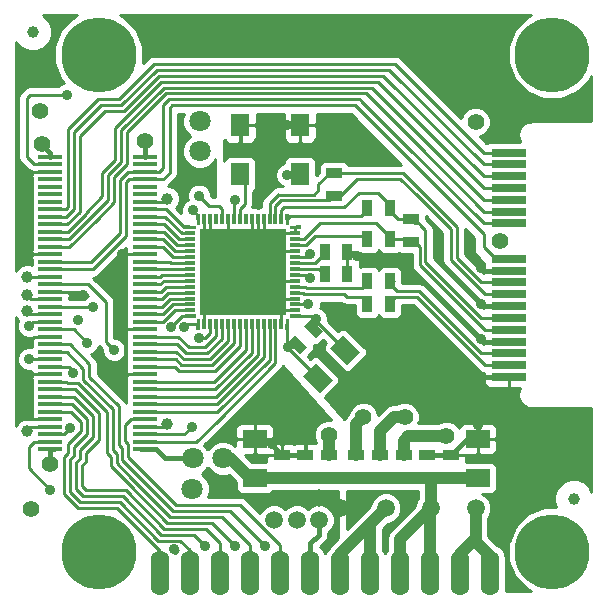
<source format=gtl>
%FSLAX46Y46*%
G04 Gerber Fmt 4.6, Leading zero omitted, Abs format (unit mm)*
G04 Created by KiCad (PCBNEW (2014-08-05 BZR 5054)-product) date Sun 07 Dec 2014 10:24:08 PM PST*
%MOMM*%
G01*
G04 APERTURE LIST*
%ADD10C,0.100000*%
%ADD11R,3.000000X0.700000*%
%ADD12R,0.914400X0.304800*%
%ADD13R,0.304800X0.914400*%
%ADD14R,7.239000X7.239000*%
%ADD15R,0.889000X1.397000*%
%ADD16R,1.550000X1.950000*%
%ADD17R,2.000000X0.400000*%
%ADD18R,1.397000X0.889000*%
%ADD19C,1.501140*%
%ADD20C,6.350000*%
%ADD21R,2.032000X1.524000*%
%ADD22C,1.000000*%
%ADD23C,1.800000*%
%ADD24O,1.600000X3.800000*%
%ADD25C,5.000000*%
%ADD26C,1.397000*%
%ADD27C,0.889000*%
%ADD28C,1.000000*%
%ADD29C,0.250000*%
%ADD30C,0.400000*%
%ADD31C,0.254000*%
G04 APERTURE END LIST*
D10*
D11*
X42300000Y-31200000D03*
X42300000Y-30200000D03*
X42300000Y-29200000D03*
X42300000Y-28200000D03*
X42300000Y-27200000D03*
X42300000Y-26200000D03*
X42300000Y-25200000D03*
X42300000Y-24200000D03*
X42300000Y-23200000D03*
X42300000Y-22200000D03*
X42300000Y-21200000D03*
X42300000Y-18200000D03*
X42300000Y-17200000D03*
X42300000Y-16200000D03*
X42300000Y-15200000D03*
X42300000Y-14200000D03*
X42300000Y-13200000D03*
X42300000Y-12200000D03*
D10*
G36*
X14900704Y-18370445D02*
X15814616Y-18406401D01*
X15809645Y-18691158D01*
X14895035Y-18695196D01*
X14900704Y-18370445D01*
X14900704Y-18370445D01*
G37*
D12*
X15355000Y-19048800D03*
X15355000Y-19556800D03*
X15355000Y-20039400D03*
X15355000Y-20547400D03*
X15355000Y-21055400D03*
X15355000Y-21538000D03*
X15355000Y-22046000D03*
X15355000Y-22554000D03*
X15355000Y-23062000D03*
X15355000Y-23544600D03*
X15355000Y-24052600D03*
X15355000Y-24560600D03*
X15355000Y-25043200D03*
X15355000Y-25551200D03*
D10*
G36*
X14895035Y-25904804D02*
X15809645Y-25908842D01*
X15814616Y-26193599D01*
X14900704Y-26229555D01*
X14895035Y-25904804D01*
X14895035Y-25904804D01*
G37*
G36*
X16191158Y-26290355D02*
X16195196Y-27204965D01*
X15870445Y-27199296D01*
X15906401Y-26285384D01*
X16191158Y-26290355D01*
X16191158Y-26290355D01*
G37*
D13*
X16548800Y-26745000D03*
X17056800Y-26745000D03*
X17539400Y-26745000D03*
X18047400Y-26745000D03*
X18555400Y-26745000D03*
X19038000Y-26745000D03*
X19546000Y-26745000D03*
X20054000Y-26745000D03*
X20562000Y-26745000D03*
X21044600Y-26745000D03*
X21552600Y-26745000D03*
X22060600Y-26745000D03*
X22543200Y-26745000D03*
X23051200Y-26745000D03*
D10*
G36*
X23693599Y-26285384D02*
X23729555Y-27199296D01*
X23404804Y-27204965D01*
X23408842Y-26290355D01*
X23693599Y-26285384D01*
X23693599Y-26285384D01*
G37*
G36*
X23790355Y-25908842D02*
X24704965Y-25904804D01*
X24699296Y-26229555D01*
X23785384Y-26193599D01*
X23790355Y-25908842D01*
X23790355Y-25908842D01*
G37*
D12*
X24245000Y-25551200D03*
X24245000Y-25043200D03*
X24245000Y-24560600D03*
X24245000Y-24052600D03*
X24245000Y-23544600D03*
X24245000Y-23062000D03*
X24245000Y-22554000D03*
X24245000Y-22046000D03*
X24245000Y-21538000D03*
X24245000Y-21055400D03*
X24245000Y-20547400D03*
X24245000Y-20039400D03*
X24245000Y-19556800D03*
X24245000Y-19048800D03*
D10*
G36*
X23785384Y-18406401D02*
X24699296Y-18370445D01*
X24704965Y-18695196D01*
X23790355Y-18691158D01*
X23785384Y-18406401D01*
X23785384Y-18406401D01*
G37*
G36*
X23729555Y-17400704D02*
X23693599Y-18314616D01*
X23408842Y-18309645D01*
X23404804Y-17395035D01*
X23729555Y-17400704D01*
X23729555Y-17400704D01*
G37*
D13*
X23051200Y-17855000D03*
X22543200Y-17855000D03*
X22060600Y-17855000D03*
X21552600Y-17855000D03*
X21044600Y-17855000D03*
X20562000Y-17855000D03*
X20054000Y-17855000D03*
X19546000Y-17855000D03*
X19038000Y-17855000D03*
X18555400Y-17855000D03*
X18047400Y-17855000D03*
X17539400Y-17855000D03*
X17056800Y-17855000D03*
X16548800Y-17855000D03*
D10*
G36*
X16195196Y-17395035D02*
X16191158Y-18309645D01*
X15906401Y-18314616D01*
X15870445Y-17400704D01*
X16195196Y-17395035D01*
X16195196Y-17395035D01*
G37*
D14*
X19800000Y-22300000D03*
D15*
X26747500Y-20600000D03*
X28652500Y-20600000D03*
D10*
G36*
X25593914Y-26318258D02*
X26581742Y-27306086D01*
X25953124Y-27934704D01*
X24965296Y-26946876D01*
X25593914Y-26318258D01*
X25593914Y-26318258D01*
G37*
G36*
X24246876Y-27665296D02*
X25234704Y-28653124D01*
X24606086Y-29281742D01*
X23618258Y-28293914D01*
X24246876Y-27665296D01*
X24246876Y-27665296D01*
G37*
G36*
X28287828Y-27675331D02*
X29724669Y-29112172D01*
X28647038Y-30189803D01*
X27210197Y-28752962D01*
X28287828Y-27675331D01*
X28287828Y-27675331D01*
G37*
G36*
X25952962Y-30010197D02*
X27389803Y-31447038D01*
X26312172Y-32524669D01*
X24875331Y-31087828D01*
X25952962Y-30010197D01*
X25952962Y-30010197D01*
G37*
D16*
X24640000Y-9850000D03*
X19560000Y-9850000D03*
X19560000Y-14050000D03*
X24640000Y-14050000D03*
D15*
X28652500Y-22450000D03*
X26747500Y-22450000D03*
D17*
X3500000Y-12567500D03*
X11500000Y-12567500D03*
X3500000Y-13202500D03*
X11500000Y-13202500D03*
X3500000Y-13837500D03*
X11500000Y-13837500D03*
X3500000Y-14472500D03*
X11500000Y-14472500D03*
X3500000Y-15107500D03*
X11500000Y-15107500D03*
X3500000Y-15742500D03*
X11500000Y-15742500D03*
X3500000Y-16377500D03*
X11500000Y-16377500D03*
X3500000Y-17012500D03*
X11500000Y-17012500D03*
X3500000Y-17647500D03*
X11500000Y-17647500D03*
X3500000Y-18282500D03*
X11500000Y-18282500D03*
X3500000Y-18917500D03*
X11500000Y-18917500D03*
X3500000Y-19552500D03*
X11500000Y-19552500D03*
X3500000Y-20187500D03*
X11500000Y-20187500D03*
X3500000Y-20822500D03*
X11500000Y-20822500D03*
X3500000Y-21457500D03*
X11500000Y-21457500D03*
X3500000Y-22092500D03*
X11500000Y-22092500D03*
X3500000Y-22727500D03*
X11500000Y-22727500D03*
X3500000Y-23362500D03*
X11500000Y-23362500D03*
X3500000Y-23997500D03*
X11500000Y-23997500D03*
X3500000Y-24632500D03*
X11500000Y-24632500D03*
X3500000Y-25267500D03*
X11500000Y-25267500D03*
X3500000Y-25902500D03*
X11500000Y-25902500D03*
X3500000Y-26537500D03*
X11500000Y-26537500D03*
X3500000Y-27172500D03*
X11500000Y-27172500D03*
X3500000Y-27807500D03*
X11500000Y-27807500D03*
X3500000Y-28442500D03*
X11500000Y-28442500D03*
X3500000Y-29077500D03*
X11500000Y-29077500D03*
X3500000Y-29712500D03*
X11500000Y-29712500D03*
X3500000Y-30347500D03*
X11500000Y-30347500D03*
X3500000Y-30982500D03*
X11500000Y-30982500D03*
X3500000Y-31617500D03*
X11500000Y-31617500D03*
X3500000Y-32252500D03*
X11500000Y-32252500D03*
X3500000Y-32887500D03*
X11500000Y-32887500D03*
X3500000Y-33522500D03*
X11500000Y-33522500D03*
X3500000Y-34157500D03*
X11500000Y-34157500D03*
X3500000Y-34792500D03*
X11500000Y-34792500D03*
X3500000Y-35427500D03*
X11500000Y-35427500D03*
X3500000Y-36062500D03*
X11500000Y-36062500D03*
X3500000Y-36697500D03*
X11500000Y-36697500D03*
X3500000Y-37332500D03*
X11500000Y-37332500D03*
D15*
X32252500Y-25000000D03*
X30347500Y-25000000D03*
X32252500Y-23100000D03*
X30347500Y-23100000D03*
D18*
X29400000Y-39752500D03*
X29400000Y-37847500D03*
X31400000Y-39752500D03*
X31400000Y-37847500D03*
X33400000Y-39752500D03*
X33400000Y-37847500D03*
X27100000Y-39752500D03*
X27100000Y-37847500D03*
D15*
X32252500Y-16900000D03*
X30347500Y-16900000D03*
X32252500Y-19500000D03*
X30347500Y-19500000D03*
D19*
X28100000Y-42300000D03*
X35700000Y-42300000D03*
X31900000Y-42300000D03*
X39500000Y-42300000D03*
D20*
X7600000Y-46000000D03*
X7600000Y-3900000D03*
X46000000Y-3900000D03*
X46000000Y-46000000D03*
D18*
X35400000Y-39752500D03*
X35400000Y-37847500D03*
X25100000Y-39752500D03*
X25100000Y-37847500D03*
X37400000Y-39752500D03*
X37400000Y-37847500D03*
X23100000Y-39752500D03*
X23100000Y-37847500D03*
D21*
X39700000Y-39751000D03*
X39700000Y-36449000D03*
X20800000Y-39751000D03*
X20800000Y-36449000D03*
D18*
X34000000Y-17847500D03*
X34000000Y-19752500D03*
D22*
X13400000Y-16100000D03*
D18*
X27500000Y-13947500D03*
X27500000Y-15852500D03*
D23*
X18050000Y-40650000D03*
X15510000Y-40650000D03*
X15550000Y-38100000D03*
X18090000Y-38100000D03*
X16150000Y-12100000D03*
X16150000Y-9560000D03*
D22*
X13400000Y-35150000D03*
X1550000Y-22700000D03*
X1550000Y-24300000D03*
X1550000Y-25650000D03*
X1550000Y-35800000D03*
D24*
X25500000Y-47800000D03*
X22960000Y-47800000D03*
X20420000Y-47800000D03*
X17880000Y-47800000D03*
X15340000Y-47800000D03*
X12800000Y-47800000D03*
D19*
X22450000Y-43300000D03*
X24350000Y-43300000D03*
X26250000Y-43300000D03*
D24*
X40740000Y-47800000D03*
X38200000Y-47800000D03*
X35660000Y-47800000D03*
X33120000Y-47800000D03*
X30580000Y-47800000D03*
X28040000Y-47800000D03*
D22*
X47800000Y-41500000D03*
X2000000Y-2000000D03*
D19*
X26250000Y-41450000D03*
D25*
X19800000Y-22300000D03*
D26*
X30000000Y-34600000D03*
D27*
X25350000Y-25050000D03*
X25500000Y-22850000D03*
D26*
X33500000Y-34600000D03*
D27*
X25500000Y-20750000D03*
D26*
X37000000Y-36200000D03*
D27*
X19100000Y-16200000D03*
X23550000Y-14100000D03*
X4900000Y-7300000D03*
D26*
X39500000Y-9600000D03*
X27100000Y-36100000D03*
D27*
X16100000Y-15852500D03*
X15600000Y-17100000D03*
X14800000Y-27000000D03*
X5800000Y-26400000D03*
X16150000Y-14300000D03*
X1700000Y-28200000D03*
X6300000Y-24250000D03*
X1700000Y-34450000D03*
X35500000Y-5400000D03*
X41700000Y-37500000D03*
X39500000Y-5400000D03*
X1700000Y-14000000D03*
X1675000Y-20825000D03*
X1700000Y-31100000D03*
X39700000Y-35300000D03*
X22300000Y-36900000D03*
X40000000Y-22000000D03*
X40000000Y-25000000D03*
X40000000Y-28000000D03*
X40000000Y-31200000D03*
X29500000Y-21000000D03*
X16900000Y-19400000D03*
X19100000Y-19400000D03*
X21400000Y-19400000D03*
X22900000Y-19400000D03*
X16900000Y-25200000D03*
X19100000Y-25200000D03*
X21400000Y-25200000D03*
X22900000Y-25200000D03*
X22900000Y-23500000D03*
X22900000Y-21300000D03*
X16900000Y-21300000D03*
X16900000Y-23500000D03*
X26200000Y-28900000D03*
X19600000Y-12200000D03*
X28050000Y-25650000D03*
X23550000Y-9900000D03*
X9600000Y-20800000D03*
X9700000Y-31000000D03*
X9500000Y-26100000D03*
X14000000Y-45800000D03*
D26*
X41500000Y-10500000D03*
X29700000Y-42300000D03*
D27*
X26000000Y-26300000D03*
X23600000Y-28700000D03*
D26*
X3500000Y-38600000D03*
D27*
X16600000Y-45500000D03*
X19150000Y-45500000D03*
X21650000Y-45500000D03*
X7100000Y-25300000D03*
X8900000Y-28900000D03*
X15450000Y-35450000D03*
X5200000Y-35500000D03*
X13700000Y-27000000D03*
D26*
X1900000Y-42400000D03*
X2650000Y-8700000D03*
X41550000Y-19700000D03*
D27*
X16050000Y-27900000D03*
D26*
X2800000Y-11500000D03*
X11500000Y-11200000D03*
D27*
X1700000Y-26900000D03*
X6600000Y-28300000D03*
X1700000Y-29700000D03*
X5400000Y-30900000D03*
X3500000Y-40750000D03*
D28*
X29400000Y-37847500D02*
X29400000Y-35200000D01*
X29400000Y-35200000D02*
X30000000Y-34600000D01*
D29*
X25343200Y-25043200D02*
X25350000Y-25050000D01*
X25154000Y-22554000D02*
X25500000Y-22850000D01*
X24245000Y-22554000D02*
X25154000Y-22554000D01*
X25343200Y-25043200D02*
X25350000Y-25050000D01*
X24245000Y-25043200D02*
X25343200Y-25043200D01*
D28*
X31400000Y-37847500D02*
X31400000Y-35800000D01*
X32600000Y-34600000D02*
X33500000Y-34600000D01*
X31400000Y-35800000D02*
X32600000Y-34600000D01*
D29*
X25194600Y-21055400D02*
X25500000Y-20750000D01*
X24245000Y-21055400D02*
X25194600Y-21055400D01*
D28*
X33400000Y-37847500D02*
X33400000Y-36600000D01*
X33800000Y-36200000D02*
X37000000Y-36200000D01*
X33400000Y-36600000D02*
X33800000Y-36200000D01*
D29*
X19038000Y-16262000D02*
X19100000Y-16200000D01*
X19038000Y-16262000D02*
X19100000Y-16200000D01*
X19038000Y-17855000D02*
X19038000Y-16262000D01*
X23600000Y-14050000D02*
X23550000Y-14100000D01*
X24640000Y-14050000D02*
X23600000Y-14050000D01*
X2102500Y-13202500D02*
X1500000Y-12600000D01*
X1500000Y-12600000D02*
X1500000Y-7600000D01*
X1500000Y-7600000D02*
X1800000Y-7300000D01*
X4900000Y-7300000D02*
X1800000Y-7300000D01*
X2102500Y-13202500D02*
X3500000Y-13202500D01*
D28*
X27100000Y-37847500D02*
X27100000Y-36100000D01*
D29*
X18047400Y-16947400D02*
X17800000Y-16700000D01*
X16947500Y-16700000D02*
X17800000Y-16700000D01*
X16947500Y-16700000D02*
X16100000Y-15852500D01*
X18047400Y-17855000D02*
X18047400Y-16947400D01*
X16040800Y-17540800D02*
X15600000Y-17100000D01*
X16040800Y-17855000D02*
X16040800Y-17540800D01*
X15055000Y-26745000D02*
X14800000Y-27000000D01*
X16040800Y-26745000D02*
X15055000Y-26745000D01*
X3500000Y-27807500D02*
X2092500Y-27807500D01*
X2092500Y-27807500D02*
X1700000Y-28200000D01*
X6047500Y-23997500D02*
X3500000Y-23997500D01*
X6300000Y-24250000D02*
X6047500Y-23997500D01*
X3500000Y-34792500D02*
X2042500Y-34792500D01*
X2042500Y-34792500D02*
X1700000Y-34450000D01*
X24245000Y-19048800D02*
X23051200Y-19048800D01*
X23051200Y-19048800D02*
X19800000Y-22300000D01*
D30*
X42300000Y-28200000D02*
X40200000Y-28200000D01*
X40200000Y-28200000D02*
X40000000Y-28000000D01*
X42300000Y-25200000D02*
X40200000Y-25200000D01*
X40200000Y-25200000D02*
X40000000Y-25000000D01*
X42300000Y-22200000D02*
X40200000Y-22200000D01*
X40200000Y-22200000D02*
X40000000Y-22000000D01*
D29*
X3500000Y-13837500D02*
X1862500Y-13837500D01*
X1862500Y-13837500D02*
X1700000Y-14000000D01*
X1677500Y-20822500D02*
X1675000Y-20825000D01*
X3500000Y-20822500D02*
X1677500Y-20822500D01*
X1817500Y-30982500D02*
X3500000Y-30982500D01*
X1817500Y-30982500D02*
X1700000Y-31100000D01*
D30*
X39700000Y-36449000D02*
X39700000Y-35300000D01*
X22326250Y-37073750D02*
X22326250Y-36926250D01*
X22326250Y-36926250D02*
X22300000Y-36900000D01*
X35400000Y-37847500D02*
X37400000Y-37847500D01*
X37400000Y-37847500D02*
X38798500Y-36449000D01*
X38798500Y-36449000D02*
X39700000Y-36449000D01*
X25100000Y-37847500D02*
X23100000Y-37847500D01*
X23100000Y-37847500D02*
X22326250Y-37073750D01*
X22326250Y-37073750D02*
X21701500Y-36449000D01*
X21701500Y-36449000D02*
X20800000Y-36449000D01*
D29*
X40200000Y-22200000D02*
X40000000Y-22000000D01*
X40200000Y-25200000D02*
X40000000Y-25000000D01*
X40200000Y-28200000D02*
X40000000Y-28000000D01*
D30*
X40000000Y-31200000D02*
X42300000Y-31200000D01*
D29*
X29100000Y-20600000D02*
X29500000Y-21000000D01*
X29100000Y-20600000D02*
X28652500Y-20600000D01*
X21552600Y-17855000D02*
X21552600Y-20547400D01*
X21552600Y-20547400D02*
X19800000Y-22300000D01*
X21044600Y-17855000D02*
X21044600Y-21055400D01*
X21044600Y-21055400D02*
X19800000Y-22300000D01*
X17056800Y-17855000D02*
X17056800Y-19556800D01*
X17056800Y-19556800D02*
X19800000Y-22300000D01*
X9800000Y-27500000D02*
X9800000Y-30750000D01*
X16900000Y-19400000D02*
X19800000Y-22300000D01*
X19100000Y-19400000D02*
X19800000Y-20100000D01*
X19800000Y-20100000D02*
X19800000Y-22300000D01*
X21400000Y-19400000D02*
X19800000Y-21000000D01*
X19800000Y-21000000D02*
X19800000Y-22300000D01*
X20000000Y-22300000D02*
X19800000Y-22300000D01*
X22900000Y-19400000D02*
X20000000Y-22300000D01*
X16900000Y-25200000D02*
X19800000Y-22300000D01*
X19100000Y-25200000D02*
X19800000Y-24500000D01*
X19800000Y-24500000D02*
X19800000Y-22300000D01*
X21400000Y-25200000D02*
X19800000Y-23600000D01*
X19800000Y-23600000D02*
X19800000Y-22300000D01*
X20000000Y-22300000D02*
X19800000Y-22300000D01*
X22900000Y-25200000D02*
X20000000Y-22300000D01*
X20200000Y-22300000D02*
X19800000Y-22300000D01*
X21700000Y-22300000D02*
X19800000Y-22300000D01*
X22900000Y-23500000D02*
X21700000Y-22300000D01*
X21900000Y-22300000D02*
X19800000Y-22300000D01*
X22900000Y-21300000D02*
X21900000Y-22300000D01*
X20400000Y-22300000D02*
X19800000Y-22300000D01*
X19800000Y-22000000D02*
X19800000Y-22300000D01*
X17900000Y-22300000D02*
X19800000Y-22300000D01*
X16900000Y-21300000D02*
X17900000Y-22300000D01*
X19800000Y-22800000D02*
X19800000Y-22300000D01*
X18100000Y-22300000D02*
X19800000Y-22300000D01*
X16900000Y-23500000D02*
X18100000Y-22300000D01*
X16548800Y-19048800D02*
X19800000Y-22300000D01*
X16548800Y-17855000D02*
X16548800Y-19048800D01*
X18555400Y-21055400D02*
X19800000Y-22300000D01*
X20562000Y-21538000D02*
X19800000Y-22300000D01*
X23100000Y-19000000D02*
X19800000Y-22300000D01*
X24245000Y-19048800D02*
X24196200Y-19000000D01*
X24245000Y-18540800D02*
X24245000Y-19048800D01*
X21552600Y-20547400D02*
X19800000Y-22300000D01*
X24245000Y-20547400D02*
X21552600Y-20547400D01*
X20562000Y-23062000D02*
X19800000Y-22300000D01*
X23051200Y-25551200D02*
X19800000Y-22300000D01*
X23051200Y-25551200D02*
X19800000Y-22300000D01*
X23051200Y-26745000D02*
X23051200Y-25551200D01*
X16548800Y-25551200D02*
X19800000Y-22300000D01*
X16548800Y-26745000D02*
X16548800Y-25551200D01*
X19560000Y-12160000D02*
X19600000Y-12200000D01*
X19600000Y-9890000D02*
X19560000Y-9850000D01*
X19600000Y-12200000D02*
X19600000Y-9890000D01*
X23600000Y-9850000D02*
X23550000Y-9900000D01*
X24640000Y-9850000D02*
X23600000Y-9850000D01*
X23051200Y-25551200D02*
X19800000Y-22300000D01*
X24245000Y-25551200D02*
X23051200Y-25551200D01*
X20562000Y-23062000D02*
X19800000Y-22300000D01*
X24245000Y-23062000D02*
X20562000Y-23062000D01*
X20562000Y-21538000D02*
X19800000Y-22300000D01*
X20562000Y-17855000D02*
X20562000Y-21538000D01*
X18555400Y-21055400D02*
X19800000Y-22300000D01*
X18555400Y-17855000D02*
X18555400Y-21055400D01*
X22060600Y-24560600D02*
X19800000Y-22300000D01*
X24245000Y-24560600D02*
X22060600Y-24560600D01*
X9622500Y-20822500D02*
X9600000Y-20800000D01*
X11500000Y-20822500D02*
X9622500Y-20822500D01*
X9700000Y-30800000D02*
X9800000Y-30700000D01*
X9800000Y-30700000D02*
X9700000Y-31000000D01*
X11500000Y-30982500D02*
X9717500Y-30982500D01*
X9717500Y-30982500D02*
X9700000Y-31000000D01*
X9700000Y-31000000D02*
X9700000Y-30800000D01*
X9800000Y-26400000D02*
X9500000Y-26100000D01*
X9800000Y-27172500D02*
X9800000Y-26400000D01*
X9800000Y-27500000D02*
X9800000Y-27172500D01*
X10127500Y-27172500D02*
X11500000Y-27172500D01*
X9800000Y-27172500D02*
X10127500Y-27172500D01*
X28652500Y-20600000D02*
X28652500Y-22450000D01*
D30*
X28100000Y-42300000D02*
X27700000Y-42300000D01*
D28*
X27250000Y-41450000D02*
X28100000Y-42300000D01*
X26250000Y-41450000D02*
X27250000Y-41450000D01*
X29700000Y-42300000D02*
X28100000Y-42300000D01*
D29*
X26000000Y-26900000D02*
X25773519Y-27126481D01*
X26000000Y-26300000D02*
X26000000Y-26900000D01*
X26000000Y-26465134D02*
X28467433Y-28932567D01*
X25759200Y-26059200D02*
X26000000Y-26300000D01*
X26000000Y-26300000D02*
X26000000Y-26465134D01*
X24245000Y-26059200D02*
X25759200Y-26059200D01*
X23559200Y-28659200D02*
X23600000Y-28700000D01*
X23600000Y-28700000D02*
X23600000Y-28734866D01*
X23559200Y-26745000D02*
X23559200Y-28659200D01*
X24200000Y-28700000D02*
X24426481Y-28473519D01*
X23600000Y-28700000D02*
X24200000Y-28700000D01*
X23600000Y-28734866D02*
X26132567Y-31267433D01*
D30*
X15550000Y-38100000D02*
X13200000Y-38100000D01*
X13200000Y-38100000D02*
X12432500Y-37332500D01*
X11500000Y-37332500D02*
X12432500Y-37332500D01*
X3500000Y-37332500D02*
X3500000Y-38600000D01*
D29*
X3317500Y-37332500D02*
X3500000Y-37332500D01*
D30*
X3500000Y-37332500D02*
X3832500Y-37332500D01*
X11500000Y-37332500D02*
X11167500Y-37332500D01*
D29*
X22060600Y-29439400D02*
X22060600Y-29739400D01*
X11500000Y-34157500D02*
X17342500Y-34157500D01*
X22060600Y-29439400D02*
X22060600Y-26745000D01*
X17642500Y-34157500D02*
X17342500Y-34157500D01*
X22060600Y-29739400D02*
X17642500Y-34157500D01*
X5800000Y-42300000D02*
X9150000Y-42300000D01*
X4650000Y-41150000D02*
X5800000Y-42300000D01*
X5000000Y-36900000D02*
X5000000Y-37600000D01*
X5257500Y-34157500D02*
X6100000Y-35000000D01*
X6100000Y-35000000D02*
X6100000Y-35800000D01*
X6100000Y-35800000D02*
X5000000Y-36900000D01*
X3500000Y-34157500D02*
X5257500Y-34157500D01*
X4650000Y-37950000D02*
X4650000Y-40750000D01*
X5000000Y-37600000D02*
X4650000Y-37950000D01*
X4650000Y-40750000D02*
X4650000Y-41150000D01*
X12800000Y-45950000D02*
X9150000Y-42300000D01*
X12800000Y-47800000D02*
X12800000Y-45950000D01*
X21552600Y-29500000D02*
X21552600Y-29547400D01*
X21552600Y-29547400D02*
X17577500Y-33522500D01*
X17577500Y-33522500D02*
X17000000Y-33522500D01*
X21552600Y-29097400D02*
X21552600Y-29500000D01*
X21552600Y-26745000D02*
X21552600Y-29097400D01*
X17127500Y-33522500D02*
X17000000Y-33522500D01*
X17000000Y-33522500D02*
X11500000Y-33522500D01*
X14500000Y-45050000D02*
X15340000Y-45890000D01*
X15340000Y-45890000D02*
X15340000Y-47800000D01*
X5150000Y-40900000D02*
X6050000Y-41800000D01*
X5500000Y-37100000D02*
X5500000Y-37850000D01*
X5372500Y-33522500D02*
X6600000Y-34750000D01*
X6600000Y-34750000D02*
X6600000Y-36000000D01*
X6600000Y-36000000D02*
X5500000Y-37100000D01*
X3500000Y-33522500D02*
X5372500Y-33522500D01*
X5150000Y-38200000D02*
X5150000Y-40750000D01*
X5500000Y-37850000D02*
X5150000Y-38200000D01*
X5150000Y-40750000D02*
X5150000Y-40900000D01*
X6050000Y-41800000D02*
X9400000Y-41800000D01*
X9400000Y-41800000D02*
X12650000Y-45050000D01*
X12650000Y-45050000D02*
X14500000Y-45050000D01*
X21044600Y-28800000D02*
X21044600Y-29355400D01*
X16962500Y-32887500D02*
X11500000Y-32887500D01*
X17512500Y-32887500D02*
X16962500Y-32887500D01*
X21044600Y-29355400D02*
X17512500Y-32887500D01*
X21044600Y-26745000D02*
X21044600Y-28800000D01*
X21044600Y-28800000D02*
X21044600Y-28805400D01*
X11512500Y-32900000D02*
X11500000Y-32887500D01*
X15650000Y-44550000D02*
X16600000Y-45500000D01*
X9650000Y-41300000D02*
X12900000Y-44550000D01*
X5650000Y-38450000D02*
X5650000Y-40650000D01*
X6300000Y-41300000D02*
X8300000Y-41300000D01*
X5650000Y-40650000D02*
X6300000Y-41300000D01*
X8300000Y-41300000D02*
X9650000Y-41300000D01*
X14300000Y-44550000D02*
X12900000Y-44550000D01*
X6000000Y-38100000D02*
X5650000Y-38450000D01*
X7100000Y-36250000D02*
X7100000Y-34500000D01*
X7100000Y-36250000D02*
X6000000Y-37350000D01*
X3500000Y-32887500D02*
X5287500Y-32887500D01*
X5487500Y-32887500D02*
X5287500Y-32887500D01*
X7100000Y-34500000D02*
X5487500Y-32887500D01*
X6000000Y-37350000D02*
X6000000Y-38100000D01*
X14300000Y-44550000D02*
X15650000Y-44550000D01*
X20562000Y-28488000D02*
X20562000Y-29138000D01*
X11500000Y-32252500D02*
X16797500Y-32252500D01*
X20562000Y-28488000D02*
X20562000Y-26745000D01*
X17447500Y-32252500D02*
X16797500Y-32252500D01*
X20562000Y-29138000D02*
X17447500Y-32252500D01*
X16650000Y-44050000D02*
X17880000Y-45280000D01*
X17880000Y-45280000D02*
X17880000Y-47800000D01*
X9900000Y-40800000D02*
X13150000Y-44050000D01*
X6550000Y-40800000D02*
X7750000Y-40800000D01*
X7750000Y-40800000D02*
X9900000Y-40800000D01*
X13150000Y-44050000D02*
X15000000Y-44050000D01*
X6150000Y-38700000D02*
X6150000Y-40400000D01*
X6500000Y-38350000D02*
X6150000Y-38700000D01*
X7600000Y-36500000D02*
X7600000Y-34250000D01*
X6500000Y-37600000D02*
X7600000Y-36500000D01*
X3500000Y-32252500D02*
X5602500Y-32252500D01*
X7600000Y-34250000D02*
X5602500Y-32252500D01*
X6500000Y-37600000D02*
X6500000Y-38350000D01*
X6150000Y-40400000D02*
X6550000Y-40800000D01*
X15000000Y-44050000D02*
X16650000Y-44050000D01*
X20054000Y-28246000D02*
X20054000Y-28946000D01*
X11500000Y-31617500D02*
X16682500Y-31617500D01*
X20054000Y-28246000D02*
X20054000Y-26745000D01*
X17382500Y-31617500D02*
X16682500Y-31617500D01*
X20054000Y-28946000D02*
X17382500Y-31617500D01*
X11517500Y-31600000D02*
X11500000Y-31617500D01*
X8300000Y-34200000D02*
X5850000Y-31750000D01*
X4817500Y-31617500D02*
X3500000Y-31617500D01*
X4817500Y-31617500D02*
X4950000Y-31750000D01*
X4950000Y-31750000D02*
X5850000Y-31750000D01*
X8300000Y-34200000D02*
X8300000Y-36650000D01*
X8600000Y-37950000D02*
X8600000Y-38750000D01*
X8300000Y-37650000D02*
X8600000Y-37950000D01*
X8300000Y-36650000D02*
X8300000Y-37650000D01*
X10150000Y-40300000D02*
X8600000Y-38750000D01*
X10150000Y-40300000D02*
X10150000Y-40300000D01*
X17200000Y-43550000D02*
X19150000Y-45500000D01*
X10150000Y-40300000D02*
X13400000Y-43550000D01*
X16200000Y-43550000D02*
X13400000Y-43550000D01*
X16200000Y-43550000D02*
X17200000Y-43550000D01*
X19546000Y-26745000D02*
X19546000Y-28554000D01*
X14047500Y-30347500D02*
X11500000Y-30347500D01*
X14400000Y-30700000D02*
X14047500Y-30347500D01*
X17400000Y-30700000D02*
X14400000Y-30700000D01*
X19546000Y-28554000D02*
X17400000Y-30700000D01*
X19038000Y-26745000D02*
X19038000Y-28362000D01*
X14112500Y-29712500D02*
X11500000Y-29712500D01*
X14600000Y-30200000D02*
X14112500Y-29712500D01*
X17200000Y-30200000D02*
X14600000Y-30200000D01*
X19038000Y-28362000D02*
X17200000Y-30200000D01*
X18555400Y-26745000D02*
X18555400Y-28144600D01*
X14177500Y-29077500D02*
X11500000Y-29077500D01*
X14800000Y-29700000D02*
X14177500Y-29077500D01*
X17000000Y-29700000D02*
X14800000Y-29700000D01*
X18555400Y-28144600D02*
X17000000Y-29700000D01*
X6300000Y-31450000D02*
X6300000Y-30500000D01*
X3500000Y-29077500D02*
X4877500Y-29077500D01*
X4877500Y-29077500D02*
X6300000Y-30500000D01*
X10400000Y-39800000D02*
X10400000Y-39800000D01*
X9100000Y-38500000D02*
X10400000Y-39800000D01*
X9100000Y-37700000D02*
X9100000Y-38500000D01*
X8800000Y-37400000D02*
X9100000Y-37700000D01*
X8800000Y-36650000D02*
X8800000Y-33950000D01*
X8800000Y-33950000D02*
X6300000Y-31450000D01*
X8800000Y-36650000D02*
X8800000Y-37400000D01*
X13650000Y-43050000D02*
X10400000Y-39800000D01*
X18050000Y-43050000D02*
X13650000Y-43050000D01*
X20420000Y-45420000D02*
X18050000Y-43050000D01*
X20420000Y-47800000D02*
X20420000Y-45420000D01*
X18047400Y-26745000D02*
X18047400Y-27952600D01*
X14242500Y-28442500D02*
X11500000Y-28442500D01*
X15000000Y-29200000D02*
X14242500Y-28442500D01*
X16800000Y-29200000D02*
X15000000Y-29200000D01*
X18047400Y-27952600D02*
X16800000Y-29200000D01*
X22543200Y-30000000D02*
X22543200Y-30006800D01*
X22543200Y-30006800D02*
X17650000Y-34900000D01*
X13700000Y-36697500D02*
X15852500Y-36697500D01*
X17650000Y-34900000D02*
X17650000Y-34900000D01*
X15852500Y-36697500D02*
X17650000Y-34900000D01*
X13700000Y-36697500D02*
X11500000Y-36697500D01*
X22543200Y-26745000D02*
X22543200Y-30000000D01*
X22543200Y-30000000D02*
X22543200Y-30006800D01*
X18700000Y-42550000D02*
X21650000Y-45500000D01*
X18600000Y-42550000D02*
X16200000Y-42550000D01*
X11200000Y-39850000D02*
X13900000Y-42550000D01*
X9600000Y-38250000D02*
X11200000Y-39850000D01*
X9300000Y-36650000D02*
X9300000Y-36950000D01*
X3500000Y-28442500D02*
X5142500Y-28442500D01*
X6800000Y-30100000D02*
X6800000Y-30900000D01*
X5142500Y-28442500D02*
X6800000Y-30100000D01*
X6800000Y-30900000D02*
X6800000Y-31200000D01*
X9300000Y-36650000D02*
X9300000Y-33700000D01*
X9300000Y-33700000D02*
X6800000Y-31200000D01*
X9300000Y-36950000D02*
X9600000Y-37250000D01*
X9600000Y-37250000D02*
X9600000Y-38250000D01*
X13900000Y-42550000D02*
X16200000Y-42550000D01*
X18600000Y-42550000D02*
X18700000Y-42550000D01*
X17539400Y-26745000D02*
X17539400Y-27760600D01*
X14307500Y-27807500D02*
X11500000Y-27807500D01*
X15200000Y-28700000D02*
X14307500Y-27807500D01*
X16600000Y-28700000D02*
X15200000Y-28700000D01*
X17539400Y-27760600D02*
X16600000Y-28700000D01*
X13062500Y-26537500D02*
X14048800Y-25551200D01*
X14048800Y-25551200D02*
X15355000Y-25551200D01*
X11500000Y-26537500D02*
X13062500Y-26537500D01*
X12997500Y-25902500D02*
X13856800Y-25043200D01*
X13856800Y-25043200D02*
X15355000Y-25043200D01*
X11500000Y-25902500D02*
X12997500Y-25902500D01*
X3500000Y-25902500D02*
X1802500Y-25902500D01*
X1802500Y-25902500D02*
X1550000Y-25650000D01*
X12957500Y-25267500D02*
X13664400Y-24560600D01*
X13664400Y-24560600D02*
X15355000Y-24560600D01*
X11500000Y-25267500D02*
X12957500Y-25267500D01*
X3500000Y-25267500D02*
X7067500Y-25267500D01*
X7067500Y-25267500D02*
X7100000Y-25300000D01*
X12917500Y-24632500D02*
X13497400Y-24052600D01*
X13497400Y-24052600D02*
X15355000Y-24052600D01*
X11500000Y-24632500D02*
X12917500Y-24632500D01*
X3500000Y-24632500D02*
X1882500Y-24632500D01*
X1882500Y-24632500D02*
X1550000Y-24300000D01*
X12877500Y-23997500D02*
X13330400Y-23544600D01*
X13330400Y-23544600D02*
X15355000Y-23544600D01*
X11500000Y-23997500D02*
X12877500Y-23997500D01*
X12812500Y-23362500D02*
X13113000Y-23062000D01*
X13113000Y-23062000D02*
X15355000Y-23062000D01*
X11500000Y-23362500D02*
X12812500Y-23362500D01*
X8200000Y-26300000D02*
X8200000Y-24850000D01*
X3500000Y-23362500D02*
X5262500Y-23362500D01*
X8200000Y-26300000D02*
X8200000Y-28200000D01*
X8200000Y-28200000D02*
X8900000Y-28900000D01*
X6712500Y-23362500D02*
X5262500Y-23362500D01*
X8200000Y-24850000D02*
X6712500Y-23362500D01*
X12797500Y-22727500D02*
X12971000Y-22554000D01*
X12971000Y-22554000D02*
X15355000Y-22554000D01*
X11500000Y-22727500D02*
X12797500Y-22727500D01*
X3500000Y-22727500D02*
X1577500Y-22727500D01*
X1577500Y-22727500D02*
X1550000Y-22700000D01*
X12807500Y-22092500D02*
X12854000Y-22046000D01*
X12854000Y-22046000D02*
X15355000Y-22046000D01*
X11500000Y-22092500D02*
X12807500Y-22092500D01*
X11500000Y-36062500D02*
X14837500Y-36062500D01*
X14837500Y-36062500D02*
X15450000Y-35450000D01*
X13632500Y-21457500D02*
X13713000Y-21538000D01*
X13713000Y-21538000D02*
X15355000Y-21538000D01*
X11500000Y-21457500D02*
X13632500Y-21457500D01*
X13037500Y-20187500D02*
X13905400Y-21055400D01*
X13905400Y-21055400D02*
X15355000Y-21055400D01*
X11500000Y-20187500D02*
X13037500Y-20187500D01*
X13077500Y-19552500D02*
X14072400Y-20547400D01*
X14072400Y-20547400D02*
X15355000Y-20547400D01*
X11500000Y-19552500D02*
X13077500Y-19552500D01*
X13117500Y-18917500D02*
X14239400Y-20039400D01*
X14239400Y-20039400D02*
X15355000Y-20039400D01*
X11500000Y-18917500D02*
X13117500Y-18917500D01*
X3500000Y-36062500D02*
X4637500Y-36062500D01*
X4637500Y-36062500D02*
X5200000Y-35500000D01*
X15355000Y-26059200D02*
X14640800Y-26059200D01*
X14640800Y-26059200D02*
X13700000Y-27000000D01*
X13157500Y-18282500D02*
X14431800Y-19556800D01*
X14431800Y-19556800D02*
X15355000Y-19556800D01*
X11500000Y-18282500D02*
X13157500Y-18282500D01*
X13222500Y-17647500D02*
X14623800Y-19048800D01*
X14623800Y-19048800D02*
X15355000Y-19048800D01*
X11500000Y-17647500D02*
X13222500Y-17647500D01*
X13262500Y-17012500D02*
X14790800Y-18540800D01*
X14790800Y-18540800D02*
X15355000Y-18540800D01*
X11500000Y-17012500D02*
X13262500Y-17012500D01*
X11500000Y-16377500D02*
X13122500Y-16377500D01*
X13122500Y-16377500D02*
X13400000Y-16100000D01*
X11500000Y-35427500D02*
X13122500Y-35427500D01*
X13122500Y-35427500D02*
X13400000Y-35150000D01*
X3500000Y-35427500D02*
X1922500Y-35427500D01*
X1922500Y-35427500D02*
X1550000Y-35800000D01*
X14150000Y-42050000D02*
X17000000Y-42050000D01*
X10100000Y-36900000D02*
X10100000Y-38000000D01*
X9800000Y-36600000D02*
X10100000Y-36900000D01*
X10307500Y-34792500D02*
X11500000Y-34792500D01*
X10307500Y-34792500D02*
X9800000Y-35300000D01*
X9800000Y-35300000D02*
X9800000Y-36600000D01*
X10100000Y-38000000D02*
X10950000Y-38850000D01*
X10950000Y-38850000D02*
X14150000Y-42050000D01*
X19550000Y-42050000D02*
X17000000Y-42050000D01*
X22960000Y-45460000D02*
X19550000Y-42050000D01*
X22960000Y-47800000D02*
X22960000Y-45460000D01*
D28*
X20401000Y-39751000D02*
X18750000Y-38100000D01*
X18750000Y-38100000D02*
X18090000Y-38100000D01*
X20800000Y-39751000D02*
X20401000Y-39751000D01*
X25100000Y-39752500D02*
X27100000Y-39752500D01*
X25100000Y-39752500D02*
X23100000Y-39752500D01*
X23100000Y-39752500D02*
X23098500Y-39751000D01*
X23098500Y-39751000D02*
X20800000Y-39751000D01*
X24300000Y-39752500D02*
X27100000Y-39752500D01*
X23098500Y-39751000D02*
X23100000Y-39752500D01*
X27100000Y-39752500D02*
X29400000Y-39752500D01*
X29400000Y-39752500D02*
X31400000Y-39752500D01*
X31400000Y-39752500D02*
X33400000Y-39752500D01*
X33400000Y-39752500D02*
X35400000Y-39752500D01*
X35400000Y-39752500D02*
X37400000Y-39752500D01*
X37400000Y-39752500D02*
X37401500Y-39751000D01*
X37401500Y-39751000D02*
X39700000Y-39751000D01*
X35700000Y-40052500D02*
X35400000Y-39752500D01*
X35700000Y-42300000D02*
X35700000Y-40052500D01*
X33120000Y-44880000D02*
X35700000Y-42300000D01*
X33120000Y-47800000D02*
X33120000Y-44880000D01*
X35660000Y-42340000D02*
X35700000Y-42300000D01*
X35660000Y-47800000D02*
X35660000Y-42340000D01*
X30580000Y-43620000D02*
X31900000Y-42300000D01*
X28040000Y-46160000D02*
X30580000Y-43620000D01*
X28040000Y-47800000D02*
X28040000Y-46160000D01*
X30580000Y-47800000D02*
X30580000Y-43620000D01*
X40740000Y-47800000D02*
X40740000Y-46390000D01*
X40740000Y-46390000D02*
X39375000Y-45025000D01*
X38200000Y-47800000D02*
X38200000Y-46200000D01*
X38200000Y-46200000D02*
X39375000Y-45025000D01*
X39375000Y-45025000D02*
X39500000Y-44900000D01*
X39500000Y-44900000D02*
X39500000Y-42300000D01*
D29*
X30347500Y-16952500D02*
X30347500Y-16800000D01*
X23814200Y-17600000D02*
X23559200Y-17855000D01*
X29800000Y-17600000D02*
X23814200Y-17600000D01*
X30347500Y-17052500D02*
X29800000Y-17600000D01*
X30347500Y-16900000D02*
X30347500Y-17052500D01*
X30147500Y-19300000D02*
X30347500Y-19500000D01*
X25160600Y-20039400D02*
X25900000Y-19300000D01*
X25160600Y-20039400D02*
X24245000Y-20039400D01*
X30147500Y-19300000D02*
X25900000Y-19300000D01*
X17056800Y-26745000D02*
X17056800Y-27443200D01*
X16600000Y-27900000D02*
X16050000Y-27900000D01*
X17056800Y-27443200D02*
X16600000Y-27900000D01*
X19950000Y-14790000D02*
X19560000Y-14400000D01*
X19950000Y-14440000D02*
X19560000Y-14050000D01*
X19546000Y-16954000D02*
X19950000Y-16550000D01*
X19546000Y-17855000D02*
X19546000Y-16954000D01*
X19950000Y-16550000D02*
X19950000Y-14440000D01*
X30347500Y-25000000D02*
X30347500Y-24847500D01*
X30347500Y-24847500D02*
X29900000Y-24400000D01*
X29900000Y-24400000D02*
X28600000Y-24400000D01*
X25000000Y-24200000D02*
X28400000Y-24200000D01*
X24245000Y-24052600D02*
X24852600Y-24052600D01*
X24852600Y-24052600D02*
X25000000Y-24200000D01*
X28400000Y-24200000D02*
X28600000Y-24400000D01*
X29550000Y-23700000D02*
X29900000Y-23700000D01*
X28700000Y-23700000D02*
X29550000Y-23700000D01*
X25044600Y-23544600D02*
X25200000Y-23700000D01*
X25200000Y-23700000D02*
X28700000Y-23700000D01*
X24245000Y-23544600D02*
X25044600Y-23544600D01*
X29900000Y-23700000D02*
X30347500Y-23252500D01*
X30347500Y-23252500D02*
X30347500Y-23100000D01*
X25909500Y-21538000D02*
X26747500Y-20700000D01*
X24245000Y-21538000D02*
X25909500Y-21538000D01*
X32252500Y-24847500D02*
X32252500Y-25000000D01*
X40300000Y-30200000D02*
X34500000Y-24400000D01*
X34500000Y-24400000D02*
X32700000Y-24400000D01*
X32700000Y-24400000D02*
X32252500Y-24847500D01*
X42300000Y-30200000D02*
X40300000Y-30200000D01*
X32252500Y-23100000D02*
X32600000Y-23100000D01*
X32252500Y-23352500D02*
X32252500Y-23100000D01*
X40000000Y-29200000D02*
X34744998Y-23944998D01*
X34744998Y-23944998D02*
X32844998Y-23944998D01*
X32844998Y-23944998D02*
X32252500Y-23352500D01*
X42300000Y-29200000D02*
X40000000Y-29200000D01*
X11500000Y-12567500D02*
X11507500Y-12567500D01*
D30*
X3500000Y-12200000D02*
X2800000Y-11500000D01*
X3500000Y-12567500D02*
X3500000Y-12200000D01*
X11500000Y-12567500D02*
X11500000Y-11200000D01*
D29*
X13050000Y-10400000D02*
X13050000Y-13500000D01*
X13550000Y-7700000D02*
X13050000Y-8200000D01*
X13050000Y-8200000D02*
X13050000Y-10400000D01*
X29800000Y-7800000D02*
X29700000Y-7700000D01*
X29700000Y-7700000D02*
X18400000Y-7700000D01*
X42300000Y-18200000D02*
X40200000Y-18200000D01*
X40200000Y-18200000D02*
X33300000Y-11300000D01*
X33300000Y-11300000D02*
X29800000Y-7800000D01*
X17700000Y-7700000D02*
X18400000Y-7700000D01*
X17700000Y-7700000D02*
X13550000Y-7700000D01*
X12712500Y-13837500D02*
X11500000Y-13837500D01*
X13050000Y-13500000D02*
X12712500Y-13837500D01*
X11500000Y-13837500D02*
X10062500Y-13837500D01*
X6942500Y-21457500D02*
X9400000Y-19000000D01*
X9400000Y-19000000D02*
X9400000Y-14500000D01*
X6942500Y-21457500D02*
X3500000Y-21457500D01*
X10062500Y-13837500D02*
X9400000Y-14500000D01*
X13600000Y-13900000D02*
X13600000Y-10200000D01*
X13800000Y-8200000D02*
X13600000Y-8400000D01*
X13600000Y-8400000D02*
X13600000Y-10200000D01*
X29300000Y-8200000D02*
X18400000Y-8200000D01*
X40200000Y-19400000D02*
X40200000Y-19100000D01*
X40200000Y-20200000D02*
X40200000Y-19400000D01*
X40200000Y-20200000D02*
X41200000Y-21200000D01*
X40200000Y-19100000D02*
X33500000Y-12400000D01*
X33500000Y-12400000D02*
X29300000Y-8200000D01*
X17900000Y-8200000D02*
X18400000Y-8200000D01*
X17900000Y-8200000D02*
X13800000Y-8200000D01*
X11500000Y-14472500D02*
X13027500Y-14472500D01*
X13027500Y-14472500D02*
X13600000Y-13900000D01*
X11500000Y-14472500D02*
X10127500Y-14472500D01*
X7107500Y-22092500D02*
X9900000Y-19300000D01*
X9900000Y-19300000D02*
X9900000Y-14900000D01*
X7107500Y-22092500D02*
X3500000Y-22092500D01*
X9900000Y-14700000D02*
X9900000Y-14900000D01*
X10127500Y-14472500D02*
X9900000Y-14700000D01*
X42300000Y-21200000D02*
X41200000Y-21200000D01*
X17300000Y-4700000D02*
X18300000Y-4700000D01*
X7500000Y-7700000D02*
X9300000Y-7700000D01*
X9300000Y-7700000D02*
X12300000Y-4700000D01*
X12300000Y-4700000D02*
X17300000Y-4700000D01*
X3500000Y-17012500D02*
X4787500Y-17012500D01*
X5000000Y-16800000D02*
X5000000Y-11800000D01*
X4787500Y-17012500D02*
X5000000Y-16800000D01*
X5000000Y-11800000D02*
X5000000Y-10300000D01*
X5000000Y-10200000D02*
X7500000Y-7700000D01*
X5000000Y-10300000D02*
X5000000Y-10200000D01*
X40200000Y-12200000D02*
X32700000Y-4700000D01*
X32700000Y-4700000D02*
X18300000Y-4700000D01*
X40200000Y-12200000D02*
X42300000Y-12200000D01*
X17300000Y-5200000D02*
X18400000Y-5200000D01*
X7800000Y-8200000D02*
X9500000Y-8200000D01*
X9500000Y-8200000D02*
X12500000Y-5200000D01*
X12500000Y-5200000D02*
X17300000Y-5200000D01*
X3500000Y-17647500D02*
X4852500Y-17647500D01*
X5500000Y-17000000D02*
X5500000Y-11800000D01*
X4852500Y-17647500D02*
X5500000Y-17000000D01*
X5500000Y-11800000D02*
X5500000Y-10800000D01*
X5500000Y-10500000D02*
X7800000Y-8200000D01*
X5500000Y-10800000D02*
X5500000Y-10500000D01*
X40200000Y-13200000D02*
X32200000Y-5200000D01*
X32200000Y-5200000D02*
X18400000Y-5200000D01*
X40200000Y-13200000D02*
X42300000Y-13200000D01*
X17300000Y-5700000D02*
X18400000Y-5700000D01*
X40200000Y-14200000D02*
X31700000Y-5700000D01*
X31700000Y-5700000D02*
X18400000Y-5700000D01*
X42300000Y-14200000D02*
X40200000Y-14200000D01*
X6000000Y-10800000D02*
X8100000Y-8700000D01*
X8100000Y-8700000D02*
X9700000Y-8700000D01*
X9700000Y-8700000D02*
X12700000Y-5700000D01*
X12700000Y-5700000D02*
X17300000Y-5700000D01*
X4917500Y-18282500D02*
X3500000Y-18282500D01*
X6000000Y-17200000D02*
X6000000Y-11800000D01*
X4917500Y-18282500D02*
X6000000Y-17200000D01*
X6000000Y-11800000D02*
X6000000Y-10800000D01*
X17300000Y-6200000D02*
X18400000Y-6200000D01*
X40200000Y-15200000D02*
X31200000Y-6200000D01*
X31200000Y-6200000D02*
X18400000Y-6200000D01*
X42300000Y-15200000D02*
X40200000Y-15200000D01*
X9000000Y-10100000D02*
X12900000Y-6200000D01*
X12900000Y-6200000D02*
X17300000Y-6200000D01*
X6500000Y-17400000D02*
X6500000Y-17300000D01*
X4982500Y-18917500D02*
X6500000Y-17400000D01*
X4982500Y-18917500D02*
X3500000Y-18917500D01*
X9000000Y-12800000D02*
X9000000Y-12600000D01*
X7900000Y-13900000D02*
X9000000Y-12800000D01*
X7900000Y-15900000D02*
X7900000Y-13900000D01*
X6500000Y-17300000D02*
X7900000Y-15900000D01*
X9000000Y-12600000D02*
X9000000Y-10100000D01*
X17300000Y-6700000D02*
X18400000Y-6700000D01*
X40200000Y-16200000D02*
X30700000Y-6700000D01*
X30700000Y-6700000D02*
X18400000Y-6700000D01*
X42300000Y-16200000D02*
X40200000Y-16200000D01*
X9500000Y-10300000D02*
X13100000Y-6700000D01*
X13100000Y-6700000D02*
X17300000Y-6700000D01*
X8400000Y-16200000D02*
X6950000Y-17650000D01*
X9500000Y-13000000D02*
X9500000Y-12600000D01*
X8400000Y-14100000D02*
X9500000Y-13000000D01*
X8400000Y-16200000D02*
X8400000Y-14100000D01*
X9500000Y-12600000D02*
X9500000Y-10300000D01*
X3500000Y-19552500D02*
X5047500Y-19552500D01*
X5047500Y-19552500D02*
X6950000Y-17650000D01*
X6950000Y-17650000D02*
X7000000Y-17600000D01*
X17300000Y-7200000D02*
X18400000Y-7200000D01*
X30200000Y-7200000D02*
X18400000Y-7200000D01*
X42300000Y-17200000D02*
X40200000Y-17200000D01*
X40200000Y-17200000D02*
X34500000Y-11500000D01*
X34500000Y-11500000D02*
X30200000Y-7200000D01*
X10000000Y-10500000D02*
X13300000Y-7200000D01*
X13300000Y-7200000D02*
X17300000Y-7200000D01*
X7500000Y-17800000D02*
X8800000Y-16500000D01*
X5112500Y-20187500D02*
X7500000Y-17800000D01*
X5112500Y-20187500D02*
X3500000Y-20187500D01*
X10000000Y-13200000D02*
X10000000Y-12600000D01*
X8900000Y-14300000D02*
X10000000Y-13200000D01*
X8900000Y-16400000D02*
X8900000Y-14300000D01*
X8800000Y-16500000D02*
X8900000Y-16400000D01*
X10000000Y-12600000D02*
X10000000Y-10500000D01*
X24943200Y-19556800D02*
X25800000Y-18700000D01*
X24245000Y-19556800D02*
X24943200Y-19556800D01*
X25800000Y-18700000D02*
X26300000Y-18200000D01*
X31100000Y-18200000D02*
X26300000Y-18200000D01*
X32252500Y-19352500D02*
X31100000Y-18200000D01*
X32252500Y-19500000D02*
X32252500Y-19352500D01*
X33747500Y-19500000D02*
X34000000Y-19752500D01*
X32252500Y-19500000D02*
X33747500Y-19500000D01*
X34352500Y-19752500D02*
X34000000Y-19752500D01*
X40300000Y-27200000D02*
X34800000Y-21700000D01*
X34800000Y-21700000D02*
X34800000Y-20200000D01*
X34800000Y-20200000D02*
X34352500Y-19752500D01*
X42300000Y-27200000D02*
X40300000Y-27200000D01*
X26400000Y-16850000D02*
X26450000Y-16850000D01*
X26000000Y-16850000D02*
X26400000Y-16850000D01*
X23051200Y-17048800D02*
X23250000Y-16850000D01*
X23250000Y-16850000D02*
X26000000Y-16850000D01*
X23051200Y-17855000D02*
X23051200Y-17048800D01*
X32252500Y-16652500D02*
X32252500Y-16900000D01*
X28350000Y-16850000D02*
X29600000Y-15600000D01*
X29600000Y-15600000D02*
X31200000Y-15600000D01*
X31200000Y-15600000D02*
X32252500Y-16652500D01*
X26400000Y-16850000D02*
X28350000Y-16850000D01*
X32947500Y-17847500D02*
X34000000Y-17847500D01*
X32252500Y-17152500D02*
X32947500Y-17847500D01*
X32252500Y-16900000D02*
X32252500Y-17152500D01*
X34352500Y-18200000D02*
X34000000Y-17847500D01*
X34700000Y-18200000D02*
X34352500Y-18200000D01*
X42300000Y-26200000D02*
X40000000Y-26200000D01*
X35255002Y-18755002D02*
X34800000Y-18300000D01*
X35255002Y-21455002D02*
X35255002Y-18755002D01*
X40000000Y-26200000D02*
X35255002Y-21455002D01*
X34800000Y-18300000D02*
X34700000Y-18200000D01*
X34500000Y-15800000D02*
X37400000Y-18700000D01*
X33102502Y-14402502D02*
X34500000Y-15800000D01*
X28050002Y-15852500D02*
X29500000Y-14402502D01*
X29500000Y-14402502D02*
X33100000Y-14402502D01*
X33100000Y-14402502D02*
X33102502Y-14402502D01*
X40300000Y-24200000D02*
X42300000Y-24200000D01*
X37400000Y-21300000D02*
X40300000Y-24200000D01*
X37400000Y-18744998D02*
X37400000Y-21300000D01*
X27500000Y-15852500D02*
X28050002Y-15852500D01*
X27102500Y-16250000D02*
X26200000Y-16250000D01*
X26000000Y-16250000D02*
X26200000Y-16250000D01*
X22543200Y-16706800D02*
X23000000Y-16250000D01*
X23000000Y-16250000D02*
X26000000Y-16250000D01*
X22543200Y-16706800D02*
X22543200Y-17855000D01*
X27102500Y-16250000D02*
X27500000Y-15852500D01*
X37900000Y-18500000D02*
X37900000Y-21100000D01*
X27500000Y-13947500D02*
X33347500Y-13947500D01*
X33347500Y-13947500D02*
X34700000Y-15300000D01*
X37900000Y-18500000D02*
X34700000Y-15300000D01*
X40000000Y-23200000D02*
X42300000Y-23200000D01*
X37900000Y-21100000D02*
X40000000Y-23200000D01*
X22775000Y-15775000D02*
X25825000Y-15775000D01*
X26200000Y-14900000D02*
X27152500Y-13947500D01*
X26200000Y-15400000D02*
X26200000Y-14900000D01*
X25825000Y-15775000D02*
X26200000Y-15400000D01*
X27152500Y-13947500D02*
X27500000Y-13947500D01*
X22060600Y-17855000D02*
X22060600Y-16489400D01*
X22060600Y-16489400D02*
X22775000Y-15775000D01*
X22775000Y-15775000D02*
X22800000Y-15750000D01*
X26243500Y-22046000D02*
X26747500Y-22550000D01*
X24245000Y-22046000D02*
X26243500Y-22046000D01*
X3500000Y-26537500D02*
X2062500Y-26537500D01*
X2062500Y-26537500D02*
X1700000Y-26900000D01*
X5472500Y-27172500D02*
X4950000Y-27172500D01*
X6600000Y-28300000D02*
X5472500Y-27172500D01*
X3500000Y-27172500D02*
X4950000Y-27172500D01*
X4950000Y-27172500D02*
X5072500Y-27172500D01*
X1712500Y-29712500D02*
X1700000Y-29700000D01*
X3500000Y-29712500D02*
X1712500Y-29712500D01*
X5047500Y-30347500D02*
X5400000Y-30700000D01*
X5400000Y-30700000D02*
X5400000Y-30900000D01*
X3500000Y-30347500D02*
X5047500Y-30347500D01*
X1700000Y-37747500D02*
X1700000Y-38950000D01*
X3500000Y-36697500D02*
X2102500Y-36697500D01*
X1700000Y-37100000D02*
X1700000Y-37747500D01*
X2102500Y-36697500D02*
X1700000Y-37100000D01*
X1700000Y-38950000D02*
X3500000Y-40750000D01*
D30*
X25500000Y-45300000D02*
X26250000Y-44550000D01*
X26250000Y-44550000D02*
X26250000Y-43300000D01*
X25500000Y-47800000D02*
X25500000Y-45300000D01*
D31*
G36*
X2118998Y-30982500D02*
X2115998Y-30985500D01*
X2029750Y-30985500D01*
X1873000Y-31142250D01*
X1873000Y-31307218D01*
X1923000Y-31427928D01*
X1923000Y-31532272D01*
X1923000Y-31932272D01*
X1924129Y-31934999D01*
X1923000Y-31937727D01*
X1923000Y-32167272D01*
X1923000Y-32567272D01*
X1924129Y-32569999D01*
X1923000Y-32572727D01*
X1923000Y-32802272D01*
X1923000Y-33202272D01*
X1924129Y-33204999D01*
X1923000Y-33207727D01*
X1923000Y-33437272D01*
X1923000Y-33837272D01*
X1924129Y-33839999D01*
X1923000Y-33842727D01*
X1923000Y-34072272D01*
X1923000Y-34347071D01*
X1873000Y-34467782D01*
X1873000Y-34632750D01*
X1965750Y-34725500D01*
X1922500Y-34725500D01*
X1819891Y-34745910D01*
X1765168Y-34723187D01*
X1336711Y-34722813D01*
X940725Y-34886431D01*
X637496Y-35189132D01*
X587000Y-35310739D01*
X587000Y-26139642D01*
X636431Y-26259275D01*
X794315Y-26417434D01*
X678678Y-26695920D01*
X678323Y-27102297D01*
X833510Y-27477877D01*
X1120611Y-27765480D01*
X1495920Y-27921322D01*
X1902297Y-27921677D01*
X1930033Y-27910216D01*
X1873000Y-27967250D01*
X1873000Y-28132218D01*
X1923000Y-28252928D01*
X1923000Y-28357272D01*
X1923000Y-28686534D01*
X1904080Y-28678678D01*
X1497703Y-28678323D01*
X1122123Y-28833510D01*
X834520Y-29120611D01*
X678678Y-29495920D01*
X678323Y-29902297D01*
X833510Y-30277877D01*
X1120611Y-30565480D01*
X1495920Y-30721322D01*
X1873000Y-30721651D01*
X1873000Y-30822750D01*
X2029750Y-30979500D01*
X2115998Y-30979500D01*
X2118998Y-30982500D01*
X2118998Y-30982500D01*
G37*
X2118998Y-30982500D02*
X2115998Y-30985500D01*
X2029750Y-30985500D01*
X1873000Y-31142250D01*
X1873000Y-31307218D01*
X1923000Y-31427928D01*
X1923000Y-31532272D01*
X1923000Y-31932272D01*
X1924129Y-31934999D01*
X1923000Y-31937727D01*
X1923000Y-32167272D01*
X1923000Y-32567272D01*
X1924129Y-32569999D01*
X1923000Y-32572727D01*
X1923000Y-32802272D01*
X1923000Y-33202272D01*
X1924129Y-33204999D01*
X1923000Y-33207727D01*
X1923000Y-33437272D01*
X1923000Y-33837272D01*
X1924129Y-33839999D01*
X1923000Y-33842727D01*
X1923000Y-34072272D01*
X1923000Y-34347071D01*
X1873000Y-34467782D01*
X1873000Y-34632750D01*
X1965750Y-34725500D01*
X1922500Y-34725500D01*
X1819891Y-34745910D01*
X1765168Y-34723187D01*
X1336711Y-34722813D01*
X940725Y-34886431D01*
X637496Y-35189132D01*
X587000Y-35310739D01*
X587000Y-26139642D01*
X636431Y-26259275D01*
X794315Y-26417434D01*
X678678Y-26695920D01*
X678323Y-27102297D01*
X833510Y-27477877D01*
X1120611Y-27765480D01*
X1495920Y-27921322D01*
X1902297Y-27921677D01*
X1930033Y-27910216D01*
X1873000Y-27967250D01*
X1873000Y-28132218D01*
X1923000Y-28252928D01*
X1923000Y-28357272D01*
X1923000Y-28686534D01*
X1904080Y-28678678D01*
X1497703Y-28678323D01*
X1122123Y-28833510D01*
X834520Y-29120611D01*
X678678Y-29495920D01*
X678323Y-29902297D01*
X833510Y-30277877D01*
X1120611Y-30565480D01*
X1495920Y-30721322D01*
X1873000Y-30721651D01*
X1873000Y-30822750D01*
X2029750Y-30979500D01*
X2115998Y-30979500D01*
X2118998Y-30982500D01*
G36*
X5792921Y-587000D02*
X5477439Y-717355D01*
X4421064Y-1771888D01*
X3848653Y-3150407D01*
X3847350Y-4643045D01*
X4417355Y-6022561D01*
X4679980Y-6285645D01*
X4322123Y-6433510D01*
X4157345Y-6598000D01*
X1800000Y-6598000D01*
X1531356Y-6651437D01*
X1303611Y-6803611D01*
X1003611Y-7103611D01*
X851437Y-7331356D01*
X798000Y-7600000D01*
X798000Y-12600000D01*
X851437Y-12868644D01*
X1003611Y-13096389D01*
X1606111Y-13698889D01*
X1833856Y-13851063D01*
X1833857Y-13851064D01*
X1988438Y-13881811D01*
X1873000Y-13997250D01*
X1873000Y-14162218D01*
X1923000Y-14282928D01*
X1923000Y-14387272D01*
X1923000Y-14787272D01*
X1924129Y-14789999D01*
X1923000Y-14792727D01*
X1923000Y-15022272D01*
X1923000Y-15422272D01*
X1924129Y-15424999D01*
X1923000Y-15427727D01*
X1923000Y-15657272D01*
X1923000Y-16057272D01*
X1924129Y-16059999D01*
X1923000Y-16062727D01*
X1923000Y-16292272D01*
X1923000Y-16692272D01*
X1924129Y-16694999D01*
X1923000Y-16697727D01*
X1923000Y-16927272D01*
X1923000Y-17327272D01*
X1924129Y-17329999D01*
X1923000Y-17332727D01*
X1923000Y-17562272D01*
X1923000Y-17962272D01*
X1924129Y-17964999D01*
X1923000Y-17967727D01*
X1923000Y-18197272D01*
X1923000Y-18597272D01*
X1924129Y-18599999D01*
X1923000Y-18602727D01*
X1923000Y-18832272D01*
X1923000Y-19232272D01*
X1924129Y-19234999D01*
X1923000Y-19237727D01*
X1923000Y-19467272D01*
X1923000Y-19867272D01*
X1924129Y-19869999D01*
X1923000Y-19872727D01*
X1923000Y-20102272D01*
X1923000Y-20377071D01*
X1873000Y-20497782D01*
X1873000Y-20662750D01*
X2029750Y-20819500D01*
X2115998Y-20819500D01*
X2118998Y-20822500D01*
X2115998Y-20825500D01*
X2029750Y-20825500D01*
X1873000Y-20982250D01*
X1873000Y-21147218D01*
X1923000Y-21267928D01*
X1923000Y-21372272D01*
X1923000Y-21688724D01*
X1765168Y-21623187D01*
X1336711Y-21622813D01*
X940725Y-21786431D01*
X637496Y-22089132D01*
X587000Y-22210739D01*
X587000Y-2840813D01*
X619892Y-2920418D01*
X1077175Y-3378499D01*
X1674950Y-3626717D01*
X2322211Y-3627282D01*
X2920418Y-3380108D01*
X3378499Y-2922825D01*
X3626717Y-2325050D01*
X3627282Y-1677789D01*
X3380108Y-1079582D01*
X2922825Y-621501D01*
X2839737Y-587000D01*
X5792921Y-587000D01*
X5792921Y-587000D01*
G37*
X5792921Y-587000D02*
X5477439Y-717355D01*
X4421064Y-1771888D01*
X3848653Y-3150407D01*
X3847350Y-4643045D01*
X4417355Y-6022561D01*
X4679980Y-6285645D01*
X4322123Y-6433510D01*
X4157345Y-6598000D01*
X1800000Y-6598000D01*
X1531356Y-6651437D01*
X1303611Y-6803611D01*
X1003611Y-7103611D01*
X851437Y-7331356D01*
X798000Y-7600000D01*
X798000Y-12600000D01*
X851437Y-12868644D01*
X1003611Y-13096389D01*
X1606111Y-13698889D01*
X1833856Y-13851063D01*
X1833857Y-13851064D01*
X1988438Y-13881811D01*
X1873000Y-13997250D01*
X1873000Y-14162218D01*
X1923000Y-14282928D01*
X1923000Y-14387272D01*
X1923000Y-14787272D01*
X1924129Y-14789999D01*
X1923000Y-14792727D01*
X1923000Y-15022272D01*
X1923000Y-15422272D01*
X1924129Y-15424999D01*
X1923000Y-15427727D01*
X1923000Y-15657272D01*
X1923000Y-16057272D01*
X1924129Y-16059999D01*
X1923000Y-16062727D01*
X1923000Y-16292272D01*
X1923000Y-16692272D01*
X1924129Y-16694999D01*
X1923000Y-16697727D01*
X1923000Y-16927272D01*
X1923000Y-17327272D01*
X1924129Y-17329999D01*
X1923000Y-17332727D01*
X1923000Y-17562272D01*
X1923000Y-17962272D01*
X1924129Y-17964999D01*
X1923000Y-17967727D01*
X1923000Y-18197272D01*
X1923000Y-18597272D01*
X1924129Y-18599999D01*
X1923000Y-18602727D01*
X1923000Y-18832272D01*
X1923000Y-19232272D01*
X1924129Y-19234999D01*
X1923000Y-19237727D01*
X1923000Y-19467272D01*
X1923000Y-19867272D01*
X1924129Y-19869999D01*
X1923000Y-19872727D01*
X1923000Y-20102272D01*
X1923000Y-20377071D01*
X1873000Y-20497782D01*
X1873000Y-20662750D01*
X2029750Y-20819500D01*
X2115998Y-20819500D01*
X2118998Y-20822500D01*
X2115998Y-20825500D01*
X2029750Y-20825500D01*
X1873000Y-20982250D01*
X1873000Y-21147218D01*
X1923000Y-21267928D01*
X1923000Y-21372272D01*
X1923000Y-21688724D01*
X1765168Y-21623187D01*
X1336711Y-21622813D01*
X940725Y-21786431D01*
X637496Y-22089132D01*
X587000Y-22210739D01*
X587000Y-2840813D01*
X619892Y-2920418D01*
X1077175Y-3378499D01*
X1674950Y-3626717D01*
X2322211Y-3627282D01*
X2920418Y-3380108D01*
X3378499Y-2922825D01*
X3626717Y-2325050D01*
X3627282Y-1677789D01*
X3380108Y-1079582D01*
X2922825Y-621501D01*
X2839737Y-587000D01*
X5792921Y-587000D01*
G36*
X6712195Y-24354973D02*
X6522123Y-24433510D01*
X6389902Y-24565500D01*
X5077000Y-24565500D01*
X5077000Y-24442928D01*
X5127000Y-24322218D01*
X5127000Y-24157250D01*
X5034250Y-24064500D01*
X5262500Y-24064500D01*
X6421722Y-24064500D01*
X6712195Y-24354973D01*
X6712195Y-24354973D01*
G37*
X6712195Y-24354973D02*
X6522123Y-24433510D01*
X6389902Y-24565500D01*
X5077000Y-24565500D01*
X5077000Y-24442928D01*
X5127000Y-24322218D01*
X5127000Y-24157250D01*
X5034250Y-24064500D01*
X5262500Y-24064500D01*
X6421722Y-24064500D01*
X6712195Y-24354973D01*
G36*
X10118998Y-30982500D02*
X10115998Y-30985500D01*
X10029750Y-30985500D01*
X9873000Y-31142250D01*
X9873000Y-31307218D01*
X9923000Y-31427928D01*
X9923000Y-31532272D01*
X9923000Y-31932272D01*
X9924129Y-31934999D01*
X9923000Y-31937727D01*
X9923000Y-32167272D01*
X9923000Y-32567272D01*
X9924129Y-32569999D01*
X9923000Y-32572727D01*
X9923000Y-32802272D01*
X9923000Y-33202272D01*
X9924129Y-33204999D01*
X9923000Y-33207727D01*
X9923000Y-33393098D01*
X9796389Y-33203611D01*
X7502000Y-30909222D01*
X7502000Y-30900000D01*
X7502000Y-30100000D01*
X7448563Y-29831357D01*
X7448563Y-29831356D01*
X7296389Y-29603611D01*
X6952423Y-29259645D01*
X7177877Y-29166490D01*
X7465480Y-28879389D01*
X7603612Y-28546729D01*
X7703611Y-28696389D01*
X7878524Y-28871302D01*
X7878323Y-29102297D01*
X8033510Y-29477877D01*
X8320611Y-29765480D01*
X8695920Y-29921322D01*
X9102297Y-29921677D01*
X9477877Y-29766490D01*
X9765480Y-29479389D01*
X9921322Y-29104080D01*
X9921677Y-28697703D01*
X9766490Y-28322123D01*
X9479389Y-28034520D01*
X9104080Y-27878678D01*
X8902000Y-27878501D01*
X8902000Y-26300000D01*
X8902000Y-24850000D01*
X8848564Y-24581357D01*
X8848563Y-24581356D01*
X8696389Y-24353611D01*
X7208889Y-22866111D01*
X7101715Y-22794500D01*
X7107500Y-22794500D01*
X7376143Y-22741063D01*
X7376144Y-22741063D01*
X7603889Y-22588889D01*
X9923000Y-20269778D01*
X9923000Y-20377071D01*
X9873000Y-20497782D01*
X9873000Y-20662750D01*
X10029750Y-20819500D01*
X10115998Y-20819500D01*
X10118998Y-20822500D01*
X10115998Y-20825500D01*
X10029750Y-20825500D01*
X9873000Y-20982250D01*
X9873000Y-21147218D01*
X9923000Y-21267928D01*
X9923000Y-21372272D01*
X9923000Y-21772272D01*
X9924129Y-21774999D01*
X9923000Y-21777727D01*
X9923000Y-22007272D01*
X9923000Y-22407272D01*
X9924129Y-22409999D01*
X9923000Y-22412727D01*
X9923000Y-22642272D01*
X9923000Y-23042272D01*
X9924129Y-23044999D01*
X9923000Y-23047727D01*
X9923000Y-23277272D01*
X9923000Y-23677272D01*
X9924129Y-23679999D01*
X9923000Y-23682727D01*
X9923000Y-23912272D01*
X9923000Y-24312272D01*
X9924129Y-24314999D01*
X9923000Y-24317727D01*
X9923000Y-24547272D01*
X9923000Y-24947272D01*
X9924129Y-24949999D01*
X9923000Y-24952727D01*
X9923000Y-25182272D01*
X9923000Y-25582272D01*
X9924129Y-25584999D01*
X9923000Y-25587727D01*
X9923000Y-25817272D01*
X9923000Y-26217272D01*
X9924129Y-26219999D01*
X9923000Y-26222727D01*
X9923000Y-26452272D01*
X9923000Y-26727071D01*
X9873000Y-26847782D01*
X9873000Y-27012750D01*
X10029750Y-27169500D01*
X10115998Y-27169500D01*
X10118998Y-27172500D01*
X10115998Y-27175500D01*
X10029750Y-27175500D01*
X9873000Y-27332250D01*
X9873000Y-27497218D01*
X9923000Y-27617928D01*
X9923000Y-27722272D01*
X9923000Y-28122272D01*
X9924129Y-28124999D01*
X9923000Y-28127727D01*
X9923000Y-28357272D01*
X9923000Y-28757272D01*
X9924129Y-28759999D01*
X9923000Y-28762727D01*
X9923000Y-28992272D01*
X9923000Y-29392272D01*
X9924129Y-29394999D01*
X9923000Y-29397727D01*
X9923000Y-29627272D01*
X9923000Y-30027272D01*
X9924129Y-30029999D01*
X9923000Y-30032727D01*
X9923000Y-30262272D01*
X9923000Y-30537071D01*
X9873000Y-30657782D01*
X9873000Y-30822750D01*
X10029750Y-30979500D01*
X10115998Y-30979500D01*
X10118998Y-30982500D01*
X10118998Y-30982500D01*
G37*
X10118998Y-30982500D02*
X10115998Y-30985500D01*
X10029750Y-30985500D01*
X9873000Y-31142250D01*
X9873000Y-31307218D01*
X9923000Y-31427928D01*
X9923000Y-31532272D01*
X9923000Y-31932272D01*
X9924129Y-31934999D01*
X9923000Y-31937727D01*
X9923000Y-32167272D01*
X9923000Y-32567272D01*
X9924129Y-32569999D01*
X9923000Y-32572727D01*
X9923000Y-32802272D01*
X9923000Y-33202272D01*
X9924129Y-33204999D01*
X9923000Y-33207727D01*
X9923000Y-33393098D01*
X9796389Y-33203611D01*
X7502000Y-30909222D01*
X7502000Y-30900000D01*
X7502000Y-30100000D01*
X7448563Y-29831357D01*
X7448563Y-29831356D01*
X7296389Y-29603611D01*
X6952423Y-29259645D01*
X7177877Y-29166490D01*
X7465480Y-28879389D01*
X7603612Y-28546729D01*
X7703611Y-28696389D01*
X7878524Y-28871302D01*
X7878323Y-29102297D01*
X8033510Y-29477877D01*
X8320611Y-29765480D01*
X8695920Y-29921322D01*
X9102297Y-29921677D01*
X9477877Y-29766490D01*
X9765480Y-29479389D01*
X9921322Y-29104080D01*
X9921677Y-28697703D01*
X9766490Y-28322123D01*
X9479389Y-28034520D01*
X9104080Y-27878678D01*
X8902000Y-27878501D01*
X8902000Y-26300000D01*
X8902000Y-24850000D01*
X8848564Y-24581357D01*
X8848563Y-24581356D01*
X8696389Y-24353611D01*
X7208889Y-22866111D01*
X7101715Y-22794500D01*
X7107500Y-22794500D01*
X7376143Y-22741063D01*
X7376144Y-22741063D01*
X7603889Y-22588889D01*
X9923000Y-20269778D01*
X9923000Y-20377071D01*
X9873000Y-20497782D01*
X9873000Y-20662750D01*
X10029750Y-20819500D01*
X10115998Y-20819500D01*
X10118998Y-20822500D01*
X10115998Y-20825500D01*
X10029750Y-20825500D01*
X9873000Y-20982250D01*
X9873000Y-21147218D01*
X9923000Y-21267928D01*
X9923000Y-21372272D01*
X9923000Y-21772272D01*
X9924129Y-21774999D01*
X9923000Y-21777727D01*
X9923000Y-22007272D01*
X9923000Y-22407272D01*
X9924129Y-22409999D01*
X9923000Y-22412727D01*
X9923000Y-22642272D01*
X9923000Y-23042272D01*
X9924129Y-23044999D01*
X9923000Y-23047727D01*
X9923000Y-23277272D01*
X9923000Y-23677272D01*
X9924129Y-23679999D01*
X9923000Y-23682727D01*
X9923000Y-23912272D01*
X9923000Y-24312272D01*
X9924129Y-24314999D01*
X9923000Y-24317727D01*
X9923000Y-24547272D01*
X9923000Y-24947272D01*
X9924129Y-24949999D01*
X9923000Y-24952727D01*
X9923000Y-25182272D01*
X9923000Y-25582272D01*
X9924129Y-25584999D01*
X9923000Y-25587727D01*
X9923000Y-25817272D01*
X9923000Y-26217272D01*
X9924129Y-26219999D01*
X9923000Y-26222727D01*
X9923000Y-26452272D01*
X9923000Y-26727071D01*
X9873000Y-26847782D01*
X9873000Y-27012750D01*
X10029750Y-27169500D01*
X10115998Y-27169500D01*
X10118998Y-27172500D01*
X10115998Y-27175500D01*
X10029750Y-27175500D01*
X9873000Y-27332250D01*
X9873000Y-27497218D01*
X9923000Y-27617928D01*
X9923000Y-27722272D01*
X9923000Y-28122272D01*
X9924129Y-28124999D01*
X9923000Y-28127727D01*
X9923000Y-28357272D01*
X9923000Y-28757272D01*
X9924129Y-28759999D01*
X9923000Y-28762727D01*
X9923000Y-28992272D01*
X9923000Y-29392272D01*
X9924129Y-29394999D01*
X9923000Y-29397727D01*
X9923000Y-29627272D01*
X9923000Y-30027272D01*
X9924129Y-30029999D01*
X9923000Y-30032727D01*
X9923000Y-30262272D01*
X9923000Y-30537071D01*
X9873000Y-30657782D01*
X9873000Y-30822750D01*
X10029750Y-30979500D01*
X10115998Y-30979500D01*
X10118998Y-30982500D01*
G36*
X14273666Y-45816444D02*
X14070000Y-46121252D01*
X13823273Y-45752000D01*
X14209222Y-45752000D01*
X14273666Y-45816444D01*
X14273666Y-45816444D01*
G37*
X14273666Y-45816444D02*
X14070000Y-46121252D01*
X13823273Y-45752000D01*
X14209222Y-45752000D01*
X14273666Y-45816444D01*
G36*
X17473000Y-15998000D02*
X17238278Y-15998000D01*
X17121475Y-15881197D01*
X17121677Y-15650203D01*
X16966490Y-15274623D01*
X16679389Y-14987020D01*
X16304080Y-14831178D01*
X15897703Y-14830823D01*
X15522123Y-14986010D01*
X15234520Y-15273111D01*
X15078678Y-15648420D01*
X15078323Y-16054797D01*
X15133201Y-16187613D01*
X15022123Y-16233510D01*
X14734520Y-16520611D01*
X14578678Y-16895920D01*
X14578323Y-17302297D01*
X14601734Y-17358956D01*
X14132918Y-16890140D01*
X14312504Y-16710868D01*
X14476813Y-16315168D01*
X14477187Y-15886711D01*
X14313569Y-15490725D01*
X14010868Y-15187496D01*
X13615168Y-15023187D01*
X13442851Y-15023036D01*
X13523889Y-14968889D01*
X14096389Y-14396389D01*
X14248563Y-14168644D01*
X14248563Y-14168643D01*
X14302000Y-13900000D01*
X14302000Y-10200000D01*
X14302000Y-8902000D01*
X14823953Y-8902000D01*
X14673257Y-9264918D01*
X14672744Y-9852505D01*
X14897130Y-10395560D01*
X15312254Y-10811409D01*
X15356463Y-10829766D01*
X15314440Y-10847130D01*
X14898591Y-11262254D01*
X14673257Y-11804918D01*
X14672744Y-12392505D01*
X14897130Y-12935560D01*
X15312254Y-13351409D01*
X15854918Y-13576743D01*
X16442505Y-13577256D01*
X16985560Y-13352870D01*
X17401409Y-12937746D01*
X17473000Y-12765335D01*
X17473000Y-15998000D01*
X17473000Y-15998000D01*
G37*
X17473000Y-15998000D02*
X17238278Y-15998000D01*
X17121475Y-15881197D01*
X17121677Y-15650203D01*
X16966490Y-15274623D01*
X16679389Y-14987020D01*
X16304080Y-14831178D01*
X15897703Y-14830823D01*
X15522123Y-14986010D01*
X15234520Y-15273111D01*
X15078678Y-15648420D01*
X15078323Y-16054797D01*
X15133201Y-16187613D01*
X15022123Y-16233510D01*
X14734520Y-16520611D01*
X14578678Y-16895920D01*
X14578323Y-17302297D01*
X14601734Y-17358956D01*
X14132918Y-16890140D01*
X14312504Y-16710868D01*
X14476813Y-16315168D01*
X14477187Y-15886711D01*
X14313569Y-15490725D01*
X14010868Y-15187496D01*
X13615168Y-15023187D01*
X13442851Y-15023036D01*
X13523889Y-14968889D01*
X14096389Y-14396389D01*
X14248563Y-14168644D01*
X14248563Y-14168643D01*
X14302000Y-13900000D01*
X14302000Y-10200000D01*
X14302000Y-8902000D01*
X14823953Y-8902000D01*
X14673257Y-9264918D01*
X14672744Y-9852505D01*
X14897130Y-10395560D01*
X15312254Y-10811409D01*
X15356463Y-10829766D01*
X15314440Y-10847130D01*
X14898591Y-11262254D01*
X14673257Y-11804918D01*
X14672744Y-12392505D01*
X14897130Y-12935560D01*
X15312254Y-13351409D01*
X15854918Y-13576743D01*
X16442505Y-13577256D01*
X16985560Y-13352870D01*
X17401409Y-12937746D01*
X17473000Y-12765335D01*
X17473000Y-15998000D01*
G36*
X19823000Y-22303000D02*
X19803000Y-22303000D01*
X19803000Y-22323000D01*
X19797000Y-22323000D01*
X19797000Y-22303000D01*
X19777000Y-22303000D01*
X19777000Y-22297000D01*
X19797000Y-22297000D01*
X19797000Y-22277000D01*
X19803000Y-22277000D01*
X19803000Y-22297000D01*
X19823000Y-22297000D01*
X19823000Y-22303000D01*
X19823000Y-22303000D01*
G37*
X19823000Y-22303000D02*
X19803000Y-22303000D01*
X19803000Y-22323000D01*
X19797000Y-22323000D01*
X19797000Y-22303000D01*
X19777000Y-22303000D01*
X19777000Y-22297000D01*
X19797000Y-22297000D01*
X19797000Y-22277000D01*
X19803000Y-22277000D01*
X19803000Y-22297000D01*
X19823000Y-22297000D01*
X19823000Y-22303000D01*
G36*
X27225287Y-34824608D02*
X26847400Y-34824279D01*
X26378431Y-35018053D01*
X26019314Y-35376544D01*
X25824721Y-35845174D01*
X25824279Y-36352600D01*
X26014918Y-36813983D01*
X25923218Y-36776000D01*
X25673782Y-36776000D01*
X25259750Y-36776000D01*
X25103000Y-36932750D01*
X25103000Y-37844500D01*
X25123000Y-37844500D01*
X25123000Y-37850500D01*
X25103000Y-37850500D01*
X25103000Y-37870500D01*
X25097000Y-37870500D01*
X25097000Y-37850500D01*
X25097000Y-37844500D01*
X25097000Y-36932750D01*
X24940250Y-36776000D01*
X24526218Y-36776000D01*
X24276782Y-36776000D01*
X24100000Y-36849225D01*
X23923218Y-36776000D01*
X23673782Y-36776000D01*
X23259750Y-36776000D01*
X23103000Y-36932750D01*
X23103000Y-37844500D01*
X23931250Y-37844500D01*
X24268750Y-37844500D01*
X25097000Y-37844500D01*
X25097000Y-37850500D01*
X24268750Y-37850500D01*
X23931250Y-37850500D01*
X23103000Y-37850500D01*
X23103000Y-37870500D01*
X23097000Y-37870500D01*
X23097000Y-37850500D01*
X23097000Y-37844500D01*
X23097000Y-36932750D01*
X22940250Y-36776000D01*
X22526218Y-36776000D01*
X22443000Y-36776000D01*
X22443000Y-36608750D01*
X22443000Y-36289250D01*
X22443000Y-35562282D01*
X22347545Y-35331833D01*
X22171167Y-35155455D01*
X21940718Y-35060000D01*
X21691282Y-35060000D01*
X20959750Y-35060000D01*
X20803000Y-35216750D01*
X20803000Y-36446000D01*
X22286250Y-36446000D01*
X22443000Y-36289250D01*
X22443000Y-36608750D01*
X22286250Y-36452000D01*
X20803000Y-36452000D01*
X20803000Y-37681250D01*
X20959750Y-37838000D01*
X21691282Y-37838000D01*
X21924750Y-37838000D01*
X21931250Y-37844500D01*
X23097000Y-37844500D01*
X23097000Y-37850500D01*
X21931250Y-37850500D01*
X21774500Y-38007250D01*
X21774500Y-38412000D01*
X21701228Y-38412000D01*
X20585108Y-38412000D01*
X20011108Y-37838000D01*
X20640250Y-37838000D01*
X20797000Y-37681250D01*
X20797000Y-36452000D01*
X20797000Y-36446000D01*
X20797000Y-35216750D01*
X20640250Y-35060000D01*
X19908718Y-35060000D01*
X19659282Y-35060000D01*
X19428833Y-35155455D01*
X19252455Y-35331833D01*
X19157000Y-35562282D01*
X19157000Y-36289250D01*
X19313750Y-36446000D01*
X20797000Y-36446000D01*
X20797000Y-36452000D01*
X19313750Y-36452000D01*
X19157000Y-36608750D01*
X19157000Y-37078245D01*
X18927746Y-36848591D01*
X18385082Y-36623257D01*
X17797495Y-36622744D01*
X17254440Y-36847130D01*
X16838591Y-37262254D01*
X16820233Y-37306463D01*
X16802870Y-37264440D01*
X16540832Y-37001945D01*
X18146389Y-35396389D01*
X23039589Y-30503189D01*
X23176038Y-30298977D01*
X27225287Y-34824608D01*
X27225287Y-34824608D01*
G37*
X27225287Y-34824608D02*
X26847400Y-34824279D01*
X26378431Y-35018053D01*
X26019314Y-35376544D01*
X25824721Y-35845174D01*
X25824279Y-36352600D01*
X26014918Y-36813983D01*
X25923218Y-36776000D01*
X25673782Y-36776000D01*
X25259750Y-36776000D01*
X25103000Y-36932750D01*
X25103000Y-37844500D01*
X25123000Y-37844500D01*
X25123000Y-37850500D01*
X25103000Y-37850500D01*
X25103000Y-37870500D01*
X25097000Y-37870500D01*
X25097000Y-37850500D01*
X25097000Y-37844500D01*
X25097000Y-36932750D01*
X24940250Y-36776000D01*
X24526218Y-36776000D01*
X24276782Y-36776000D01*
X24100000Y-36849225D01*
X23923218Y-36776000D01*
X23673782Y-36776000D01*
X23259750Y-36776000D01*
X23103000Y-36932750D01*
X23103000Y-37844500D01*
X23931250Y-37844500D01*
X24268750Y-37844500D01*
X25097000Y-37844500D01*
X25097000Y-37850500D01*
X24268750Y-37850500D01*
X23931250Y-37850500D01*
X23103000Y-37850500D01*
X23103000Y-37870500D01*
X23097000Y-37870500D01*
X23097000Y-37850500D01*
X23097000Y-37844500D01*
X23097000Y-36932750D01*
X22940250Y-36776000D01*
X22526218Y-36776000D01*
X22443000Y-36776000D01*
X22443000Y-36608750D01*
X22443000Y-36289250D01*
X22443000Y-35562282D01*
X22347545Y-35331833D01*
X22171167Y-35155455D01*
X21940718Y-35060000D01*
X21691282Y-35060000D01*
X20959750Y-35060000D01*
X20803000Y-35216750D01*
X20803000Y-36446000D01*
X22286250Y-36446000D01*
X22443000Y-36289250D01*
X22443000Y-36608750D01*
X22286250Y-36452000D01*
X20803000Y-36452000D01*
X20803000Y-37681250D01*
X20959750Y-37838000D01*
X21691282Y-37838000D01*
X21924750Y-37838000D01*
X21931250Y-37844500D01*
X23097000Y-37844500D01*
X23097000Y-37850500D01*
X21931250Y-37850500D01*
X21774500Y-38007250D01*
X21774500Y-38412000D01*
X21701228Y-38412000D01*
X20585108Y-38412000D01*
X20011108Y-37838000D01*
X20640250Y-37838000D01*
X20797000Y-37681250D01*
X20797000Y-36452000D01*
X20797000Y-36446000D01*
X20797000Y-35216750D01*
X20640250Y-35060000D01*
X19908718Y-35060000D01*
X19659282Y-35060000D01*
X19428833Y-35155455D01*
X19252455Y-35331833D01*
X19157000Y-35562282D01*
X19157000Y-36289250D01*
X19313750Y-36446000D01*
X20797000Y-36446000D01*
X20797000Y-36452000D01*
X19313750Y-36452000D01*
X19157000Y-36608750D01*
X19157000Y-37078245D01*
X18927746Y-36848591D01*
X18385082Y-36623257D01*
X17797495Y-36622744D01*
X17254440Y-36847130D01*
X16838591Y-37262254D01*
X16820233Y-37306463D01*
X16802870Y-37264440D01*
X16540832Y-37001945D01*
X18146389Y-35396389D01*
X23039589Y-30503189D01*
X23176038Y-30298977D01*
X27225287Y-34824608D01*
G36*
X27873000Y-44803892D02*
X27278446Y-45398446D01*
X27112349Y-45647026D01*
X27066314Y-45677787D01*
X26770000Y-46121252D01*
X26473686Y-45677787D01*
X26322245Y-45576598D01*
X26799422Y-45099422D01*
X26967854Y-44847345D01*
X27027000Y-44550000D01*
X27027000Y-44400187D01*
X27374803Y-44052990D01*
X27577339Y-43565229D01*
X27577800Y-43037088D01*
X27376116Y-42548974D01*
X27002990Y-42175197D01*
X26515229Y-41972661D01*
X25987088Y-41972200D01*
X25498974Y-42173884D01*
X25299980Y-42372531D01*
X25102990Y-42175197D01*
X24615229Y-41972661D01*
X24087088Y-41972200D01*
X23598974Y-42173884D01*
X23399980Y-42372531D01*
X23202990Y-42175197D01*
X22715229Y-41972661D01*
X22187088Y-41972200D01*
X21698974Y-42173884D01*
X21325197Y-42547010D01*
X21241456Y-42748678D01*
X20046389Y-41553611D01*
X19818644Y-41401437D01*
X19550000Y-41348000D01*
X17000000Y-41348000D01*
X16819436Y-41348000D01*
X16986743Y-40945082D01*
X16987256Y-40357495D01*
X16762870Y-39814440D01*
X16347746Y-39398591D01*
X16311416Y-39383505D01*
X16385560Y-39352870D01*
X16801409Y-38937746D01*
X16819766Y-38893536D01*
X16837130Y-38935560D01*
X17252254Y-39351409D01*
X17794918Y-39576743D01*
X18382505Y-39577256D01*
X18610105Y-39483213D01*
X19207000Y-40080108D01*
X19207000Y-40627772D01*
X19294843Y-40839844D01*
X19457155Y-41002157D01*
X19669227Y-41090000D01*
X19898772Y-41090000D01*
X21930772Y-41090000D01*
X22142844Y-41002157D01*
X22305157Y-40839845D01*
X22310063Y-40828000D01*
X23092459Y-40828000D01*
X23100000Y-40829500D01*
X24300000Y-40829500D01*
X25100000Y-40829500D01*
X27100000Y-40829500D01*
X27873000Y-40829500D01*
X27873000Y-44803892D01*
X27873000Y-44803892D01*
G37*
X27873000Y-44803892D02*
X27278446Y-45398446D01*
X27112349Y-45647026D01*
X27066314Y-45677787D01*
X26770000Y-46121252D01*
X26473686Y-45677787D01*
X26322245Y-45576598D01*
X26799422Y-45099422D01*
X26967854Y-44847345D01*
X27027000Y-44550000D01*
X27027000Y-44400187D01*
X27374803Y-44052990D01*
X27577339Y-43565229D01*
X27577800Y-43037088D01*
X27376116Y-42548974D01*
X27002990Y-42175197D01*
X26515229Y-41972661D01*
X25987088Y-41972200D01*
X25498974Y-42173884D01*
X25299980Y-42372531D01*
X25102990Y-42175197D01*
X24615229Y-41972661D01*
X24087088Y-41972200D01*
X23598974Y-42173884D01*
X23399980Y-42372531D01*
X23202990Y-42175197D01*
X22715229Y-41972661D01*
X22187088Y-41972200D01*
X21698974Y-42173884D01*
X21325197Y-42547010D01*
X21241456Y-42748678D01*
X20046389Y-41553611D01*
X19818644Y-41401437D01*
X19550000Y-41348000D01*
X17000000Y-41348000D01*
X16819436Y-41348000D01*
X16986743Y-40945082D01*
X16987256Y-40357495D01*
X16762870Y-39814440D01*
X16347746Y-39398591D01*
X16311416Y-39383505D01*
X16385560Y-39352870D01*
X16801409Y-38937746D01*
X16819766Y-38893536D01*
X16837130Y-38935560D01*
X17252254Y-39351409D01*
X17794918Y-39576743D01*
X18382505Y-39577256D01*
X18610105Y-39483213D01*
X19207000Y-40080108D01*
X19207000Y-40627772D01*
X19294843Y-40839844D01*
X19457155Y-41002157D01*
X19669227Y-41090000D01*
X19898772Y-41090000D01*
X21930772Y-41090000D01*
X22142844Y-41002157D01*
X22305157Y-40839845D01*
X22310063Y-40828000D01*
X23092459Y-40828000D01*
X23100000Y-40829500D01*
X24300000Y-40829500D01*
X25100000Y-40829500D01*
X27100000Y-40829500D01*
X27873000Y-40829500D01*
X27873000Y-44803892D01*
G36*
X28675500Y-22453000D02*
X28655500Y-22453000D01*
X28655500Y-22473000D01*
X28649500Y-22473000D01*
X28649500Y-22453000D01*
X28629500Y-22453000D01*
X28629500Y-22447000D01*
X28649500Y-22447000D01*
X28649500Y-21768750D01*
X28649500Y-21281250D01*
X28649500Y-20603000D01*
X28629500Y-20603000D01*
X28629500Y-20597000D01*
X28649500Y-20597000D01*
X28649500Y-20577000D01*
X28655500Y-20577000D01*
X28655500Y-20597000D01*
X28675500Y-20597000D01*
X28675500Y-20603000D01*
X28655500Y-20603000D01*
X28655500Y-21281250D01*
X28655500Y-21768750D01*
X28655500Y-22447000D01*
X28675500Y-22447000D01*
X28675500Y-22453000D01*
X28675500Y-22453000D01*
G37*
X28675500Y-22453000D02*
X28655500Y-22453000D01*
X28655500Y-22473000D01*
X28649500Y-22473000D01*
X28649500Y-22453000D01*
X28629500Y-22453000D01*
X28629500Y-22447000D01*
X28649500Y-22447000D01*
X28649500Y-21768750D01*
X28649500Y-21281250D01*
X28649500Y-20603000D01*
X28629500Y-20603000D01*
X28629500Y-20597000D01*
X28649500Y-20597000D01*
X28649500Y-20577000D01*
X28655500Y-20577000D01*
X28655500Y-20597000D01*
X28675500Y-20597000D01*
X28675500Y-20603000D01*
X28655500Y-20603000D01*
X28655500Y-21281250D01*
X28655500Y-21768750D01*
X28655500Y-22447000D01*
X28675500Y-22447000D01*
X28675500Y-22453000D01*
G36*
X33224801Y-13245500D02*
X28716380Y-13245500D01*
X28687657Y-13176156D01*
X28525345Y-13013843D01*
X28313273Y-12926000D01*
X28083728Y-12926000D01*
X26686728Y-12926000D01*
X26474656Y-13013843D01*
X26312343Y-13176155D01*
X26224500Y-13388227D01*
X26224500Y-13617772D01*
X26224500Y-13882722D01*
X26042000Y-14065222D01*
X26042000Y-10949718D01*
X26042000Y-10009750D01*
X25885250Y-9853000D01*
X24643000Y-9853000D01*
X24643000Y-11295250D01*
X24799750Y-11452000D01*
X25290282Y-11452000D01*
X25539718Y-11452000D01*
X25770167Y-11356545D01*
X25946545Y-11180167D01*
X26042000Y-10949718D01*
X26042000Y-14065222D01*
X25992000Y-14115222D01*
X25992000Y-12960228D01*
X25904157Y-12748156D01*
X25741845Y-12585843D01*
X25529773Y-12498000D01*
X25300228Y-12498000D01*
X24637000Y-12498000D01*
X24637000Y-11295250D01*
X24637000Y-9853000D01*
X23394750Y-9853000D01*
X23238000Y-10009750D01*
X23238000Y-10949718D01*
X23333455Y-11180167D01*
X23509833Y-11356545D01*
X23740282Y-11452000D01*
X23989718Y-11452000D01*
X24480250Y-11452000D01*
X24637000Y-11295250D01*
X24637000Y-12498000D01*
X23750228Y-12498000D01*
X23538156Y-12585843D01*
X23375843Y-12748155D01*
X23288000Y-12960227D01*
X23288000Y-13102991D01*
X22972123Y-13233510D01*
X22684520Y-13520611D01*
X22528678Y-13895920D01*
X22528323Y-14302297D01*
X22683510Y-14677877D01*
X22970611Y-14965480D01*
X23229547Y-15073000D01*
X22925682Y-15073000D01*
X22800000Y-15048000D01*
X22531356Y-15101437D01*
X22303611Y-15253611D01*
X22278611Y-15278611D01*
X21564211Y-15993011D01*
X21412037Y-16220756D01*
X21358600Y-16489400D01*
X21358600Y-16770800D01*
X21321718Y-16770800D01*
X21275482Y-16770800D01*
X21204350Y-16770800D01*
X21154052Y-16821097D01*
X21057300Y-16861173D01*
X20962000Y-16821698D01*
X20962000Y-10949718D01*
X20962000Y-10009750D01*
X20805250Y-9853000D01*
X19563000Y-9853000D01*
X19563000Y-11295250D01*
X19719750Y-11452000D01*
X20210282Y-11452000D01*
X20459718Y-11452000D01*
X20690167Y-11356545D01*
X20866545Y-11180167D01*
X20962000Y-10949718D01*
X20962000Y-16821698D01*
X20917187Y-16803137D01*
X20884850Y-16770800D01*
X20839118Y-16770800D01*
X20767482Y-16770800D01*
X20721750Y-16770800D01*
X20689412Y-16803137D01*
X20578122Y-16849235D01*
X20598563Y-16818644D01*
X20598563Y-16818643D01*
X20652000Y-16550000D01*
X20652000Y-15518234D01*
X20661844Y-15514157D01*
X20824157Y-15351845D01*
X20912000Y-15139773D01*
X20912000Y-14910228D01*
X20912000Y-12960228D01*
X20824157Y-12748156D01*
X20661845Y-12585843D01*
X20449773Y-12498000D01*
X20220228Y-12498000D01*
X18670228Y-12498000D01*
X18458156Y-12585843D01*
X18295843Y-12748155D01*
X18227000Y-12914356D01*
X18227000Y-11116298D01*
X18253455Y-11180167D01*
X18429833Y-11356545D01*
X18660282Y-11452000D01*
X18909718Y-11452000D01*
X19400250Y-11452000D01*
X19557000Y-11295250D01*
X19557000Y-9853000D01*
X19537000Y-9853000D01*
X19537000Y-9847000D01*
X19557000Y-9847000D01*
X19557000Y-9827000D01*
X19563000Y-9827000D01*
X19563000Y-9847000D01*
X20805250Y-9847000D01*
X20962000Y-9690250D01*
X20962000Y-8927000D01*
X23238000Y-8927000D01*
X23238000Y-9690250D01*
X23394750Y-9847000D01*
X24637000Y-9847000D01*
X24637000Y-9827000D01*
X24643000Y-9827000D01*
X24643000Y-9847000D01*
X25885250Y-9847000D01*
X26042000Y-9690250D01*
X26042000Y-8927000D01*
X28947042Y-8927000D01*
X33224801Y-13245500D01*
X33224801Y-13245500D01*
G37*
X33224801Y-13245500D02*
X28716380Y-13245500D01*
X28687657Y-13176156D01*
X28525345Y-13013843D01*
X28313273Y-12926000D01*
X28083728Y-12926000D01*
X26686728Y-12926000D01*
X26474656Y-13013843D01*
X26312343Y-13176155D01*
X26224500Y-13388227D01*
X26224500Y-13617772D01*
X26224500Y-13882722D01*
X26042000Y-14065222D01*
X26042000Y-10949718D01*
X26042000Y-10009750D01*
X25885250Y-9853000D01*
X24643000Y-9853000D01*
X24643000Y-11295250D01*
X24799750Y-11452000D01*
X25290282Y-11452000D01*
X25539718Y-11452000D01*
X25770167Y-11356545D01*
X25946545Y-11180167D01*
X26042000Y-10949718D01*
X26042000Y-14065222D01*
X25992000Y-14115222D01*
X25992000Y-12960228D01*
X25904157Y-12748156D01*
X25741845Y-12585843D01*
X25529773Y-12498000D01*
X25300228Y-12498000D01*
X24637000Y-12498000D01*
X24637000Y-11295250D01*
X24637000Y-9853000D01*
X23394750Y-9853000D01*
X23238000Y-10009750D01*
X23238000Y-10949718D01*
X23333455Y-11180167D01*
X23509833Y-11356545D01*
X23740282Y-11452000D01*
X23989718Y-11452000D01*
X24480250Y-11452000D01*
X24637000Y-11295250D01*
X24637000Y-12498000D01*
X23750228Y-12498000D01*
X23538156Y-12585843D01*
X23375843Y-12748155D01*
X23288000Y-12960227D01*
X23288000Y-13102991D01*
X22972123Y-13233510D01*
X22684520Y-13520611D01*
X22528678Y-13895920D01*
X22528323Y-14302297D01*
X22683510Y-14677877D01*
X22970611Y-14965480D01*
X23229547Y-15073000D01*
X22925682Y-15073000D01*
X22800000Y-15048000D01*
X22531356Y-15101437D01*
X22303611Y-15253611D01*
X22278611Y-15278611D01*
X21564211Y-15993011D01*
X21412037Y-16220756D01*
X21358600Y-16489400D01*
X21358600Y-16770800D01*
X21321718Y-16770800D01*
X21275482Y-16770800D01*
X21204350Y-16770800D01*
X21154052Y-16821097D01*
X21057300Y-16861173D01*
X20962000Y-16821698D01*
X20962000Y-10949718D01*
X20962000Y-10009750D01*
X20805250Y-9853000D01*
X19563000Y-9853000D01*
X19563000Y-11295250D01*
X19719750Y-11452000D01*
X20210282Y-11452000D01*
X20459718Y-11452000D01*
X20690167Y-11356545D01*
X20866545Y-11180167D01*
X20962000Y-10949718D01*
X20962000Y-16821698D01*
X20917187Y-16803137D01*
X20884850Y-16770800D01*
X20839118Y-16770800D01*
X20767482Y-16770800D01*
X20721750Y-16770800D01*
X20689412Y-16803137D01*
X20578122Y-16849235D01*
X20598563Y-16818644D01*
X20598563Y-16818643D01*
X20652000Y-16550000D01*
X20652000Y-15518234D01*
X20661844Y-15514157D01*
X20824157Y-15351845D01*
X20912000Y-15139773D01*
X20912000Y-14910228D01*
X20912000Y-12960228D01*
X20824157Y-12748156D01*
X20661845Y-12585843D01*
X20449773Y-12498000D01*
X20220228Y-12498000D01*
X18670228Y-12498000D01*
X18458156Y-12585843D01*
X18295843Y-12748155D01*
X18227000Y-12914356D01*
X18227000Y-11116298D01*
X18253455Y-11180167D01*
X18429833Y-11356545D01*
X18660282Y-11452000D01*
X18909718Y-11452000D01*
X19400250Y-11452000D01*
X19557000Y-11295250D01*
X19557000Y-9853000D01*
X19537000Y-9853000D01*
X19537000Y-9847000D01*
X19557000Y-9847000D01*
X19557000Y-9827000D01*
X19563000Y-9827000D01*
X19563000Y-9847000D01*
X20805250Y-9847000D01*
X20962000Y-9690250D01*
X20962000Y-8927000D01*
X23238000Y-8927000D01*
X23238000Y-9690250D01*
X23394750Y-9847000D01*
X24637000Y-9847000D01*
X24637000Y-9827000D01*
X24643000Y-9827000D01*
X24643000Y-9847000D01*
X25885250Y-9847000D01*
X26042000Y-9690250D01*
X26042000Y-8927000D01*
X28947042Y-8927000D01*
X33224801Y-13245500D01*
G36*
X34623000Y-41499290D02*
X34575197Y-41547010D01*
X34372661Y-42034771D01*
X34372600Y-42104291D01*
X32358446Y-44118446D01*
X32124982Y-44467850D01*
X32043000Y-44880000D01*
X32043000Y-45832407D01*
X31850000Y-46121252D01*
X31657000Y-45832407D01*
X31657000Y-44066108D01*
X32095366Y-43627741D01*
X32162912Y-43627800D01*
X32651026Y-43426116D01*
X33024803Y-43052990D01*
X33227339Y-42565229D01*
X33227800Y-42037088D01*
X33026116Y-41548974D01*
X32652990Y-41175197D01*
X32165229Y-40972661D01*
X31637088Y-40972200D01*
X31148974Y-41173884D01*
X30775197Y-41547010D01*
X30572661Y-42034771D01*
X30572600Y-42104291D01*
X29818446Y-42858446D01*
X28627000Y-44049892D01*
X28627000Y-40829500D01*
X29400000Y-40829500D01*
X31400000Y-40829500D01*
X33400000Y-40829500D01*
X34623000Y-40829500D01*
X34623000Y-41499290D01*
X34623000Y-41499290D01*
G37*
X34623000Y-41499290D02*
X34575197Y-41547010D01*
X34372661Y-42034771D01*
X34372600Y-42104291D01*
X32358446Y-44118446D01*
X32124982Y-44467850D01*
X32043000Y-44880000D01*
X32043000Y-45832407D01*
X31850000Y-46121252D01*
X31657000Y-45832407D01*
X31657000Y-44066108D01*
X32095366Y-43627741D01*
X32162912Y-43627800D01*
X32651026Y-43426116D01*
X33024803Y-43052990D01*
X33227339Y-42565229D01*
X33227800Y-42037088D01*
X33026116Y-41548974D01*
X32652990Y-41175197D01*
X32165229Y-40972661D01*
X31637088Y-40972200D01*
X31148974Y-41173884D01*
X30775197Y-41547010D01*
X30572661Y-42034771D01*
X30572600Y-42104291D01*
X29818446Y-42858446D01*
X28627000Y-44049892D01*
X28627000Y-40829500D01*
X29400000Y-40829500D01*
X31400000Y-40829500D01*
X33400000Y-40829500D01*
X34623000Y-40829500D01*
X34623000Y-41499290D01*
G36*
X42323000Y-22203000D02*
X42303000Y-22203000D01*
X42303000Y-22223000D01*
X42297000Y-22223000D01*
X42297000Y-22203000D01*
X40329750Y-22203000D01*
X40173000Y-22359750D01*
X40173000Y-22380222D01*
X38602000Y-20809222D01*
X38602000Y-18673910D01*
X39373000Y-19452253D01*
X39373000Y-20646521D01*
X40210070Y-21635785D01*
X40173000Y-21725282D01*
X40173000Y-22040250D01*
X40329750Y-22197000D01*
X42297000Y-22197000D01*
X42297000Y-22177000D01*
X42303000Y-22177000D01*
X42303000Y-22197000D01*
X42323000Y-22197000D01*
X42323000Y-22203000D01*
X42323000Y-22203000D01*
G37*
X42323000Y-22203000D02*
X42303000Y-22203000D01*
X42303000Y-22223000D01*
X42297000Y-22223000D01*
X42297000Y-22203000D01*
X40329750Y-22203000D01*
X40173000Y-22359750D01*
X40173000Y-22380222D01*
X38602000Y-20809222D01*
X38602000Y-18673910D01*
X39373000Y-19452253D01*
X39373000Y-20646521D01*
X40210070Y-21635785D01*
X40173000Y-21725282D01*
X40173000Y-22040250D01*
X40329750Y-22197000D01*
X42297000Y-22197000D01*
X42297000Y-22177000D01*
X42303000Y-22177000D01*
X42303000Y-22197000D01*
X42323000Y-22197000D01*
X42323000Y-22203000D01*
G36*
X42323000Y-25203000D02*
X42303000Y-25203000D01*
X42303000Y-25223000D01*
X42297000Y-25223000D01*
X42297000Y-25203000D01*
X40329750Y-25203000D01*
X40173000Y-25359750D01*
X40173000Y-25380222D01*
X35957002Y-21164224D01*
X35957002Y-18755002D01*
X35903565Y-18486359D01*
X35903565Y-18486358D01*
X35751391Y-18258613D01*
X35296389Y-17803611D01*
X35275500Y-17782722D01*
X35275500Y-17568278D01*
X36698000Y-18990778D01*
X36698000Y-21300000D01*
X36751437Y-21568644D01*
X36903611Y-21796389D01*
X39803611Y-24696389D01*
X40031356Y-24848563D01*
X40173000Y-24876737D01*
X40173000Y-25040250D01*
X40329750Y-25197000D01*
X42297000Y-25197000D01*
X42297000Y-25177000D01*
X42303000Y-25177000D01*
X42303000Y-25197000D01*
X42323000Y-25197000D01*
X42323000Y-25203000D01*
X42323000Y-25203000D01*
G37*
X42323000Y-25203000D02*
X42303000Y-25203000D01*
X42303000Y-25223000D01*
X42297000Y-25223000D01*
X42297000Y-25203000D01*
X40329750Y-25203000D01*
X40173000Y-25359750D01*
X40173000Y-25380222D01*
X35957002Y-21164224D01*
X35957002Y-18755002D01*
X35903565Y-18486359D01*
X35903565Y-18486358D01*
X35751391Y-18258613D01*
X35296389Y-17803611D01*
X35275500Y-17782722D01*
X35275500Y-17568278D01*
X36698000Y-18990778D01*
X36698000Y-21300000D01*
X36751437Y-21568644D01*
X36903611Y-21796389D01*
X39803611Y-24696389D01*
X40031356Y-24848563D01*
X40173000Y-24876737D01*
X40173000Y-25040250D01*
X40329750Y-25197000D01*
X42297000Y-25197000D01*
X42297000Y-25177000D01*
X42303000Y-25177000D01*
X42303000Y-25197000D01*
X42323000Y-25197000D01*
X42323000Y-25203000D01*
G36*
X42323000Y-28203000D02*
X42303000Y-28203000D01*
X42303000Y-28223000D01*
X42297000Y-28223000D01*
X42297000Y-28203000D01*
X40329750Y-28203000D01*
X40173000Y-28359750D01*
X40173000Y-28380222D01*
X35241387Y-23448609D01*
X35013642Y-23296435D01*
X34744998Y-23242998D01*
X33274000Y-23242998D01*
X33274000Y-23240764D01*
X33302000Y-23100000D01*
X33274000Y-22959235D01*
X33274000Y-22286728D01*
X33186157Y-22074656D01*
X33023845Y-21912343D01*
X32811773Y-21824500D01*
X32582228Y-21824500D01*
X31693228Y-21824500D01*
X31481156Y-21912343D01*
X31318843Y-22074655D01*
X31299999Y-22120146D01*
X31281157Y-22074656D01*
X31118845Y-21912343D01*
X30906773Y-21824500D01*
X30677228Y-21824500D01*
X29788228Y-21824500D01*
X29724000Y-21851104D01*
X29724000Y-21626782D01*
X29681840Y-21525000D01*
X29724000Y-21423218D01*
X29724000Y-21173782D01*
X29724000Y-20759750D01*
X29705471Y-20741221D01*
X29788227Y-20775500D01*
X30017772Y-20775500D01*
X30906772Y-20775500D01*
X31118844Y-20687657D01*
X31281157Y-20525345D01*
X31300000Y-20479853D01*
X31318843Y-20525344D01*
X31481155Y-20687657D01*
X31693227Y-20775500D01*
X31922772Y-20775500D01*
X32811772Y-20775500D01*
X33001060Y-20697094D01*
X33186727Y-20774000D01*
X33416272Y-20774000D01*
X34098000Y-20774000D01*
X34098000Y-21700000D01*
X34151437Y-21968644D01*
X34303611Y-22196389D01*
X39803611Y-27696389D01*
X40031356Y-27848563D01*
X40031357Y-27848564D01*
X40173000Y-27876738D01*
X40173000Y-28040250D01*
X40329750Y-28197000D01*
X42297000Y-28197000D01*
X42297000Y-28177000D01*
X42303000Y-28177000D01*
X42303000Y-28197000D01*
X42323000Y-28197000D01*
X42323000Y-28203000D01*
X42323000Y-28203000D01*
G37*
X42323000Y-28203000D02*
X42303000Y-28203000D01*
X42303000Y-28223000D01*
X42297000Y-28223000D01*
X42297000Y-28203000D01*
X40329750Y-28203000D01*
X40173000Y-28359750D01*
X40173000Y-28380222D01*
X35241387Y-23448609D01*
X35013642Y-23296435D01*
X34744998Y-23242998D01*
X33274000Y-23242998D01*
X33274000Y-23240764D01*
X33302000Y-23100000D01*
X33274000Y-22959235D01*
X33274000Y-22286728D01*
X33186157Y-22074656D01*
X33023845Y-21912343D01*
X32811773Y-21824500D01*
X32582228Y-21824500D01*
X31693228Y-21824500D01*
X31481156Y-21912343D01*
X31318843Y-22074655D01*
X31299999Y-22120146D01*
X31281157Y-22074656D01*
X31118845Y-21912343D01*
X30906773Y-21824500D01*
X30677228Y-21824500D01*
X29788228Y-21824500D01*
X29724000Y-21851104D01*
X29724000Y-21626782D01*
X29681840Y-21525000D01*
X29724000Y-21423218D01*
X29724000Y-21173782D01*
X29724000Y-20759750D01*
X29705471Y-20741221D01*
X29788227Y-20775500D01*
X30017772Y-20775500D01*
X30906772Y-20775500D01*
X31118844Y-20687657D01*
X31281157Y-20525345D01*
X31300000Y-20479853D01*
X31318843Y-20525344D01*
X31481155Y-20687657D01*
X31693227Y-20775500D01*
X31922772Y-20775500D01*
X32811772Y-20775500D01*
X33001060Y-20697094D01*
X33186727Y-20774000D01*
X33416272Y-20774000D01*
X34098000Y-20774000D01*
X34098000Y-21700000D01*
X34151437Y-21968644D01*
X34303611Y-22196389D01*
X39803611Y-27696389D01*
X40031356Y-27848563D01*
X40031357Y-27848564D01*
X40173000Y-27876738D01*
X40173000Y-28040250D01*
X40329750Y-28197000D01*
X42297000Y-28197000D01*
X42297000Y-28177000D01*
X42303000Y-28177000D01*
X42303000Y-28197000D01*
X42323000Y-28197000D01*
X42323000Y-28203000D01*
G36*
X49313000Y-9563000D02*
X44200000Y-9563000D01*
X44143297Y-9574279D01*
X44085483Y-9574279D01*
X43894141Y-9612339D01*
X43894138Y-9612339D01*
X43894137Y-9612340D01*
X43795856Y-9653049D01*
X43682539Y-9699987D01*
X43682537Y-9699988D01*
X43682536Y-9699989D01*
X43520325Y-9808376D01*
X43439350Y-9889350D01*
X43358376Y-9970325D01*
X43249989Y-10132536D01*
X43249988Y-10132537D01*
X43249987Y-10132539D01*
X43183607Y-10292794D01*
X43162340Y-10344137D01*
X43162339Y-10344137D01*
X43162339Y-10344140D01*
X43124279Y-10535483D01*
X43124279Y-10593292D01*
X43124279Y-10593295D01*
X43113000Y-10650000D01*
X43113000Y-10700000D01*
X43124279Y-10756704D01*
X43124279Y-10756707D01*
X43124279Y-10814517D01*
X43162339Y-11005860D01*
X43162339Y-11005862D01*
X43162340Y-11005863D01*
X43183607Y-11057206D01*
X43249987Y-11217461D01*
X43249988Y-11217462D01*
X43249989Y-11217464D01*
X43287097Y-11273000D01*
X40685228Y-11273000D01*
X40473156Y-11360843D01*
X40413388Y-11420610D01*
X39834612Y-10841834D01*
X40221569Y-10681947D01*
X40580686Y-10323456D01*
X40775279Y-9854826D01*
X40775721Y-9347400D01*
X40581947Y-8878431D01*
X40223456Y-8519314D01*
X39754826Y-8324721D01*
X39247400Y-8324279D01*
X38778431Y-8518053D01*
X38419314Y-8876544D01*
X38257943Y-9265165D01*
X33196389Y-4203611D01*
X32968644Y-4051437D01*
X32700000Y-3998000D01*
X18300000Y-3998000D01*
X17300000Y-3998000D01*
X12300000Y-3998000D01*
X12031357Y-4051436D01*
X11803611Y-4203611D01*
X11346886Y-4660335D01*
X11351347Y-4649593D01*
X11352650Y-3156955D01*
X10782645Y-1777439D01*
X9728112Y-721064D01*
X9405249Y-587000D01*
X44192921Y-587000D01*
X43877439Y-717355D01*
X42821064Y-1771888D01*
X42248653Y-3150407D01*
X42247350Y-4643045D01*
X42817355Y-6022561D01*
X43871888Y-7078936D01*
X45250407Y-7651347D01*
X46743045Y-7652650D01*
X48122561Y-7082645D01*
X49178936Y-6028112D01*
X49313000Y-5705249D01*
X49313000Y-9563000D01*
X49313000Y-9563000D01*
G37*
X49313000Y-9563000D02*
X44200000Y-9563000D01*
X44143297Y-9574279D01*
X44085483Y-9574279D01*
X43894141Y-9612339D01*
X43894138Y-9612339D01*
X43894137Y-9612340D01*
X43795856Y-9653049D01*
X43682539Y-9699987D01*
X43682537Y-9699988D01*
X43682536Y-9699989D01*
X43520325Y-9808376D01*
X43439350Y-9889350D01*
X43358376Y-9970325D01*
X43249989Y-10132536D01*
X43249988Y-10132537D01*
X43249987Y-10132539D01*
X43183607Y-10292794D01*
X43162340Y-10344137D01*
X43162339Y-10344137D01*
X43162339Y-10344140D01*
X43124279Y-10535483D01*
X43124279Y-10593292D01*
X43124279Y-10593295D01*
X43113000Y-10650000D01*
X43113000Y-10700000D01*
X43124279Y-10756704D01*
X43124279Y-10756707D01*
X43124279Y-10814517D01*
X43162339Y-11005860D01*
X43162339Y-11005862D01*
X43162340Y-11005863D01*
X43183607Y-11057206D01*
X43249987Y-11217461D01*
X43249988Y-11217462D01*
X43249989Y-11217464D01*
X43287097Y-11273000D01*
X40685228Y-11273000D01*
X40473156Y-11360843D01*
X40413388Y-11420610D01*
X39834612Y-10841834D01*
X40221569Y-10681947D01*
X40580686Y-10323456D01*
X40775279Y-9854826D01*
X40775721Y-9347400D01*
X40581947Y-8878431D01*
X40223456Y-8519314D01*
X39754826Y-8324721D01*
X39247400Y-8324279D01*
X38778431Y-8518053D01*
X38419314Y-8876544D01*
X38257943Y-9265165D01*
X33196389Y-4203611D01*
X32968644Y-4051437D01*
X32700000Y-3998000D01*
X18300000Y-3998000D01*
X17300000Y-3998000D01*
X12300000Y-3998000D01*
X12031357Y-4051436D01*
X11803611Y-4203611D01*
X11346886Y-4660335D01*
X11351347Y-4649593D01*
X11352650Y-3156955D01*
X10782645Y-1777439D01*
X9728112Y-721064D01*
X9405249Y-587000D01*
X44192921Y-587000D01*
X43877439Y-717355D01*
X42821064Y-1771888D01*
X42248653Y-3150407D01*
X42247350Y-4643045D01*
X42817355Y-6022561D01*
X43871888Y-7078936D01*
X45250407Y-7651347D01*
X46743045Y-7652650D01*
X48122561Y-7082645D01*
X49178936Y-6028112D01*
X49313000Y-5705249D01*
X49313000Y-9563000D01*
G36*
X49313000Y-40901205D02*
X49180108Y-40579582D01*
X48722825Y-40121501D01*
X48125050Y-39873283D01*
X47477789Y-39872718D01*
X46879582Y-40119892D01*
X46421501Y-40577175D01*
X46173283Y-41174950D01*
X46172718Y-41822211D01*
X46348775Y-42248303D01*
X45256955Y-42247350D01*
X43877439Y-42817355D01*
X42821064Y-43871888D01*
X42297000Y-45133974D01*
X42297000Y-32020250D01*
X42297000Y-31203000D01*
X40329750Y-31203000D01*
X40173000Y-31359750D01*
X40173000Y-31674718D01*
X40268455Y-31905167D01*
X40444833Y-32081545D01*
X40675282Y-32177000D01*
X40924718Y-32177000D01*
X42140250Y-32177000D01*
X42297000Y-32020250D01*
X42297000Y-45133974D01*
X42248653Y-45250407D01*
X42247350Y-46743045D01*
X42817355Y-48122561D01*
X43871888Y-49178936D01*
X44194750Y-49313000D01*
X42044501Y-49313000D01*
X42117000Y-48948527D01*
X42117000Y-46651473D01*
X42012182Y-46124518D01*
X41713686Y-45677787D01*
X41343000Y-45430102D01*
X41343000Y-37335718D01*
X41343000Y-36608750D01*
X41343000Y-36289250D01*
X41343000Y-35562282D01*
X41247545Y-35331833D01*
X41071167Y-35155455D01*
X40840718Y-35060000D01*
X40591282Y-35060000D01*
X39859750Y-35060000D01*
X39703000Y-35216750D01*
X39703000Y-36446000D01*
X41186250Y-36446000D01*
X41343000Y-36289250D01*
X41343000Y-36608750D01*
X41186250Y-36452000D01*
X39703000Y-36452000D01*
X39703000Y-37681250D01*
X39859750Y-37838000D01*
X40591282Y-37838000D01*
X40840718Y-37838000D01*
X41071167Y-37742545D01*
X41247545Y-37566167D01*
X41343000Y-37335718D01*
X41343000Y-45430102D01*
X41266955Y-45379291D01*
X41248784Y-45375676D01*
X40577000Y-44703892D01*
X40577000Y-43100709D01*
X40624803Y-43052990D01*
X40827339Y-42565229D01*
X40827800Y-42037088D01*
X40626116Y-41548974D01*
X40252990Y-41175197D01*
X40047812Y-41090000D01*
X40830772Y-41090000D01*
X41042844Y-41002157D01*
X41205157Y-40839845D01*
X41293000Y-40627773D01*
X41293000Y-40398228D01*
X41293000Y-38874228D01*
X41205157Y-38662156D01*
X41042845Y-38499843D01*
X40830773Y-38412000D01*
X40601228Y-38412000D01*
X38725500Y-38412000D01*
X38725500Y-38007250D01*
X38568750Y-37850500D01*
X37403000Y-37850500D01*
X37403000Y-37870500D01*
X37397000Y-37870500D01*
X37397000Y-37850500D01*
X36568750Y-37850500D01*
X36231250Y-37850500D01*
X35403000Y-37850500D01*
X35403000Y-37870500D01*
X35397000Y-37870500D01*
X35397000Y-37850500D01*
X35377000Y-37850500D01*
X35377000Y-37844500D01*
X35397000Y-37844500D01*
X35397000Y-37824500D01*
X35403000Y-37824500D01*
X35403000Y-37844500D01*
X36231250Y-37844500D01*
X36568750Y-37844500D01*
X37397000Y-37844500D01*
X37397000Y-37824500D01*
X37403000Y-37824500D01*
X37403000Y-37844500D01*
X38568750Y-37844500D01*
X38575250Y-37838000D01*
X38808718Y-37838000D01*
X39540250Y-37838000D01*
X39697000Y-37681250D01*
X39697000Y-36452000D01*
X39677000Y-36452000D01*
X39677000Y-36446000D01*
X39697000Y-36446000D01*
X39697000Y-35216750D01*
X39540250Y-35060000D01*
X38808718Y-35060000D01*
X38559282Y-35060000D01*
X38328833Y-35155455D01*
X38152455Y-35331833D01*
X38086833Y-35490257D01*
X38081947Y-35478431D01*
X37723456Y-35119314D01*
X37254826Y-34924721D01*
X36747400Y-34924279D01*
X36278431Y-35118053D01*
X36273475Y-35123000D01*
X34663922Y-35123000D01*
X34775279Y-34854826D01*
X34775721Y-34347400D01*
X34581947Y-33878431D01*
X34223456Y-33519314D01*
X33754826Y-33324721D01*
X33247400Y-33324279D01*
X32778431Y-33518053D01*
X32773475Y-33523000D01*
X32600000Y-33523000D01*
X32187850Y-33604982D01*
X31838446Y-33838446D01*
X31275674Y-34401217D01*
X31275721Y-34347400D01*
X31081947Y-33878431D01*
X30723456Y-33519314D01*
X30254826Y-33324721D01*
X29747400Y-33324279D01*
X29278431Y-33518053D01*
X28919314Y-33876544D01*
X28724721Y-34345174D01*
X28724714Y-34352177D01*
X28638446Y-34438446D01*
X28404982Y-34787850D01*
X28402132Y-34802175D01*
X26716690Y-32936151D01*
X26801329Y-32851513D01*
X27878960Y-31773883D01*
X27966803Y-31561811D01*
X27966803Y-31332266D01*
X27878960Y-31120194D01*
X27716647Y-30957881D01*
X26279806Y-29521040D01*
X26067735Y-29433197D01*
X25838190Y-29433197D01*
X25626118Y-29521040D01*
X25502535Y-29644623D01*
X25280870Y-29422958D01*
X25723861Y-28979969D01*
X25811704Y-28767897D01*
X25811705Y-28538352D01*
X25792862Y-28492861D01*
X25838351Y-28511704D01*
X26067896Y-28511705D01*
X26279968Y-28423861D01*
X26442281Y-28261549D01*
X26622958Y-28080871D01*
X26844622Y-28302534D01*
X26721040Y-28426117D01*
X26633197Y-28638189D01*
X26633197Y-28867734D01*
X26721040Y-29079806D01*
X26883353Y-29242119D01*
X28320194Y-30678960D01*
X28532265Y-30766803D01*
X28761810Y-30766803D01*
X28973882Y-30678960D01*
X29136195Y-30516647D01*
X30213826Y-29439017D01*
X30301669Y-29226945D01*
X30301669Y-28997400D01*
X30213826Y-28785328D01*
X30051513Y-28623015D01*
X28614672Y-27186174D01*
X28402601Y-27098331D01*
X28173056Y-27098331D01*
X27960984Y-27186174D01*
X27837401Y-27309757D01*
X27021331Y-26493687D01*
X27021677Y-26097703D01*
X26866490Y-25722123D01*
X26579389Y-25434520D01*
X26338014Y-25334292D01*
X26371322Y-25254080D01*
X26371629Y-24902000D01*
X28112008Y-24902000D01*
X28331356Y-25048563D01*
X28331357Y-25048563D01*
X28600000Y-25102000D01*
X29326000Y-25102000D01*
X29326000Y-25813272D01*
X29413843Y-26025344D01*
X29576155Y-26187657D01*
X29788227Y-26275500D01*
X30017772Y-26275500D01*
X30906772Y-26275500D01*
X31118844Y-26187657D01*
X31281157Y-26025345D01*
X31300000Y-25979853D01*
X31318843Y-26025344D01*
X31481155Y-26187657D01*
X31693227Y-26275500D01*
X31922772Y-26275500D01*
X32811772Y-26275500D01*
X33023844Y-26187657D01*
X33186157Y-26025345D01*
X33274000Y-25813273D01*
X33274000Y-25583728D01*
X33274000Y-25102000D01*
X34209222Y-25102000D01*
X39803611Y-30696389D01*
X40031356Y-30848563D01*
X40031357Y-30848564D01*
X40173000Y-30876738D01*
X40173000Y-31040250D01*
X40329750Y-31197000D01*
X42297000Y-31197000D01*
X42297000Y-31177000D01*
X42303000Y-31177000D01*
X42303000Y-31197000D01*
X42323000Y-31197000D01*
X42323000Y-31203000D01*
X42303000Y-31203000D01*
X42303000Y-32020250D01*
X42459750Y-32177000D01*
X43253688Y-32177000D01*
X43249989Y-32182536D01*
X43249988Y-32182537D01*
X43249987Y-32182539D01*
X43183607Y-32342794D01*
X43162340Y-32394137D01*
X43162339Y-32394137D01*
X43162339Y-32394140D01*
X43124279Y-32585483D01*
X43124279Y-32643292D01*
X43124279Y-32643295D01*
X43113000Y-32700000D01*
X43113000Y-32750000D01*
X43124279Y-32806704D01*
X43124279Y-32806707D01*
X43124279Y-32864517D01*
X43162339Y-33055860D01*
X43162339Y-33055862D01*
X43162340Y-33055863D01*
X43183607Y-33107206D01*
X43249987Y-33267461D01*
X43249988Y-33267462D01*
X43249989Y-33267464D01*
X43358373Y-33429670D01*
X43358376Y-33429675D01*
X43439350Y-33510649D01*
X43520325Y-33591624D01*
X43520330Y-33591627D01*
X43682536Y-33700011D01*
X43682537Y-33700011D01*
X43682539Y-33700013D01*
X43795856Y-33746950D01*
X43894137Y-33787660D01*
X43894138Y-33787660D01*
X43894141Y-33787661D01*
X44085483Y-33825721D01*
X44143297Y-33825721D01*
X44200000Y-33837000D01*
X49313000Y-33837000D01*
X49313000Y-40901205D01*
X49313000Y-40901205D01*
G37*
X49313000Y-40901205D02*
X49180108Y-40579582D01*
X48722825Y-40121501D01*
X48125050Y-39873283D01*
X47477789Y-39872718D01*
X46879582Y-40119892D01*
X46421501Y-40577175D01*
X46173283Y-41174950D01*
X46172718Y-41822211D01*
X46348775Y-42248303D01*
X45256955Y-42247350D01*
X43877439Y-42817355D01*
X42821064Y-43871888D01*
X42297000Y-45133974D01*
X42297000Y-32020250D01*
X42297000Y-31203000D01*
X40329750Y-31203000D01*
X40173000Y-31359750D01*
X40173000Y-31674718D01*
X40268455Y-31905167D01*
X40444833Y-32081545D01*
X40675282Y-32177000D01*
X40924718Y-32177000D01*
X42140250Y-32177000D01*
X42297000Y-32020250D01*
X42297000Y-45133974D01*
X42248653Y-45250407D01*
X42247350Y-46743045D01*
X42817355Y-48122561D01*
X43871888Y-49178936D01*
X44194750Y-49313000D01*
X42044501Y-49313000D01*
X42117000Y-48948527D01*
X42117000Y-46651473D01*
X42012182Y-46124518D01*
X41713686Y-45677787D01*
X41343000Y-45430102D01*
X41343000Y-37335718D01*
X41343000Y-36608750D01*
X41343000Y-36289250D01*
X41343000Y-35562282D01*
X41247545Y-35331833D01*
X41071167Y-35155455D01*
X40840718Y-35060000D01*
X40591282Y-35060000D01*
X39859750Y-35060000D01*
X39703000Y-35216750D01*
X39703000Y-36446000D01*
X41186250Y-36446000D01*
X41343000Y-36289250D01*
X41343000Y-36608750D01*
X41186250Y-36452000D01*
X39703000Y-36452000D01*
X39703000Y-37681250D01*
X39859750Y-37838000D01*
X40591282Y-37838000D01*
X40840718Y-37838000D01*
X41071167Y-37742545D01*
X41247545Y-37566167D01*
X41343000Y-37335718D01*
X41343000Y-45430102D01*
X41266955Y-45379291D01*
X41248784Y-45375676D01*
X40577000Y-44703892D01*
X40577000Y-43100709D01*
X40624803Y-43052990D01*
X40827339Y-42565229D01*
X40827800Y-42037088D01*
X40626116Y-41548974D01*
X40252990Y-41175197D01*
X40047812Y-41090000D01*
X40830772Y-41090000D01*
X41042844Y-41002157D01*
X41205157Y-40839845D01*
X41293000Y-40627773D01*
X41293000Y-40398228D01*
X41293000Y-38874228D01*
X41205157Y-38662156D01*
X41042845Y-38499843D01*
X40830773Y-38412000D01*
X40601228Y-38412000D01*
X38725500Y-38412000D01*
X38725500Y-38007250D01*
X38568750Y-37850500D01*
X37403000Y-37850500D01*
X37403000Y-37870500D01*
X37397000Y-37870500D01*
X37397000Y-37850500D01*
X36568750Y-37850500D01*
X36231250Y-37850500D01*
X35403000Y-37850500D01*
X35403000Y-37870500D01*
X35397000Y-37870500D01*
X35397000Y-37850500D01*
X35377000Y-37850500D01*
X35377000Y-37844500D01*
X35397000Y-37844500D01*
X35397000Y-37824500D01*
X35403000Y-37824500D01*
X35403000Y-37844500D01*
X36231250Y-37844500D01*
X36568750Y-37844500D01*
X37397000Y-37844500D01*
X37397000Y-37824500D01*
X37403000Y-37824500D01*
X37403000Y-37844500D01*
X38568750Y-37844500D01*
X38575250Y-37838000D01*
X38808718Y-37838000D01*
X39540250Y-37838000D01*
X39697000Y-37681250D01*
X39697000Y-36452000D01*
X39677000Y-36452000D01*
X39677000Y-36446000D01*
X39697000Y-36446000D01*
X39697000Y-35216750D01*
X39540250Y-35060000D01*
X38808718Y-35060000D01*
X38559282Y-35060000D01*
X38328833Y-35155455D01*
X38152455Y-35331833D01*
X38086833Y-35490257D01*
X38081947Y-35478431D01*
X37723456Y-35119314D01*
X37254826Y-34924721D01*
X36747400Y-34924279D01*
X36278431Y-35118053D01*
X36273475Y-35123000D01*
X34663922Y-35123000D01*
X34775279Y-34854826D01*
X34775721Y-34347400D01*
X34581947Y-33878431D01*
X34223456Y-33519314D01*
X33754826Y-33324721D01*
X33247400Y-33324279D01*
X32778431Y-33518053D01*
X32773475Y-33523000D01*
X32600000Y-33523000D01*
X32187850Y-33604982D01*
X31838446Y-33838446D01*
X31275674Y-34401217D01*
X31275721Y-34347400D01*
X31081947Y-33878431D01*
X30723456Y-33519314D01*
X30254826Y-33324721D01*
X29747400Y-33324279D01*
X29278431Y-33518053D01*
X28919314Y-33876544D01*
X28724721Y-34345174D01*
X28724714Y-34352177D01*
X28638446Y-34438446D01*
X28404982Y-34787850D01*
X28402132Y-34802175D01*
X26716690Y-32936151D01*
X26801329Y-32851513D01*
X27878960Y-31773883D01*
X27966803Y-31561811D01*
X27966803Y-31332266D01*
X27878960Y-31120194D01*
X27716647Y-30957881D01*
X26279806Y-29521040D01*
X26067735Y-29433197D01*
X25838190Y-29433197D01*
X25626118Y-29521040D01*
X25502535Y-29644623D01*
X25280870Y-29422958D01*
X25723861Y-28979969D01*
X25811704Y-28767897D01*
X25811705Y-28538352D01*
X25792862Y-28492861D01*
X25838351Y-28511704D01*
X26067896Y-28511705D01*
X26279968Y-28423861D01*
X26442281Y-28261549D01*
X26622958Y-28080871D01*
X26844622Y-28302534D01*
X26721040Y-28426117D01*
X26633197Y-28638189D01*
X26633197Y-28867734D01*
X26721040Y-29079806D01*
X26883353Y-29242119D01*
X28320194Y-30678960D01*
X28532265Y-30766803D01*
X28761810Y-30766803D01*
X28973882Y-30678960D01*
X29136195Y-30516647D01*
X30213826Y-29439017D01*
X30301669Y-29226945D01*
X30301669Y-28997400D01*
X30213826Y-28785328D01*
X30051513Y-28623015D01*
X28614672Y-27186174D01*
X28402601Y-27098331D01*
X28173056Y-27098331D01*
X27960984Y-27186174D01*
X27837401Y-27309757D01*
X27021331Y-26493687D01*
X27021677Y-26097703D01*
X26866490Y-25722123D01*
X26579389Y-25434520D01*
X26338014Y-25334292D01*
X26371322Y-25254080D01*
X26371629Y-24902000D01*
X28112008Y-24902000D01*
X28331356Y-25048563D01*
X28331357Y-25048563D01*
X28600000Y-25102000D01*
X29326000Y-25102000D01*
X29326000Y-25813272D01*
X29413843Y-26025344D01*
X29576155Y-26187657D01*
X29788227Y-26275500D01*
X30017772Y-26275500D01*
X30906772Y-26275500D01*
X31118844Y-26187657D01*
X31281157Y-26025345D01*
X31300000Y-25979853D01*
X31318843Y-26025344D01*
X31481155Y-26187657D01*
X31693227Y-26275500D01*
X31922772Y-26275500D01*
X32811772Y-26275500D01*
X33023844Y-26187657D01*
X33186157Y-26025345D01*
X33274000Y-25813273D01*
X33274000Y-25583728D01*
X33274000Y-25102000D01*
X34209222Y-25102000D01*
X39803611Y-30696389D01*
X40031356Y-30848563D01*
X40031357Y-30848564D01*
X40173000Y-30876738D01*
X40173000Y-31040250D01*
X40329750Y-31197000D01*
X42297000Y-31197000D01*
X42297000Y-31177000D01*
X42303000Y-31177000D01*
X42303000Y-31197000D01*
X42323000Y-31197000D01*
X42323000Y-31203000D01*
X42303000Y-31203000D01*
X42303000Y-32020250D01*
X42459750Y-32177000D01*
X43253688Y-32177000D01*
X43249989Y-32182536D01*
X43249988Y-32182537D01*
X43249987Y-32182539D01*
X43183607Y-32342794D01*
X43162340Y-32394137D01*
X43162339Y-32394137D01*
X43162339Y-32394140D01*
X43124279Y-32585483D01*
X43124279Y-32643292D01*
X43124279Y-32643295D01*
X43113000Y-32700000D01*
X43113000Y-32750000D01*
X43124279Y-32806704D01*
X43124279Y-32806707D01*
X43124279Y-32864517D01*
X43162339Y-33055860D01*
X43162339Y-33055862D01*
X43162340Y-33055863D01*
X43183607Y-33107206D01*
X43249987Y-33267461D01*
X43249988Y-33267462D01*
X43249989Y-33267464D01*
X43358373Y-33429670D01*
X43358376Y-33429675D01*
X43439350Y-33510649D01*
X43520325Y-33591624D01*
X43520330Y-33591627D01*
X43682536Y-33700011D01*
X43682537Y-33700011D01*
X43682539Y-33700013D01*
X43795856Y-33746950D01*
X43894137Y-33787660D01*
X43894138Y-33787660D01*
X43894141Y-33787661D01*
X44085483Y-33825721D01*
X44143297Y-33825721D01*
X44200000Y-33837000D01*
X49313000Y-33837000D01*
X49313000Y-40901205D01*
M02*

</source>
